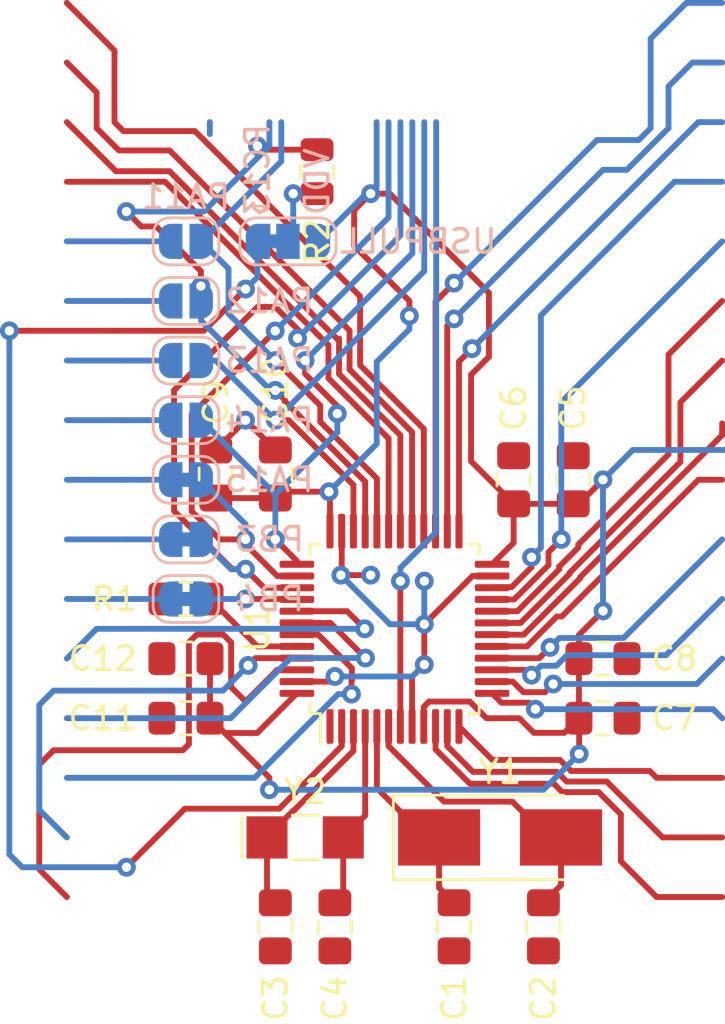
<source format=kicad_pcb>
(kicad_pcb (version 20171130) (host pcbnew 5.1.2)

  (general
    (thickness 1.6)
    (drawings 180)
    (tracks 454)
    (zones 0)
    (modules 25)
    (nets 51)
  )

  (page A4)
  (layers
    (0 F.Cu signal)
    (31 B.Cu signal hide)
    (32 B.Adhes user hide)
    (33 F.Adhes user hide)
    (34 B.Paste user hide)
    (35 F.Paste user)
    (36 B.SilkS user hide)
    (37 F.SilkS user)
    (38 B.Mask user hide)
    (39 F.Mask user)
    (40 Dwgs.User user hide)
    (41 Cmts.User user hide)
    (42 Eco1.User user hide)
    (43 Eco2.User user hide)
    (45 Margin user hide)
    (46 B.CrtYd user hide)
    (47 F.CrtYd user)
    (48 B.Fab user hide)
    (49 F.Fab user)
  )

  (setup
    (last_trace_width 0.25)
    (trace_clearance 0.2)
    (zone_clearance 0.508)
    (zone_45_only no)
    (trace_min 0.2)
    (via_size 0.8)
    (via_drill 0.4)
    (via_min_size 0.4)
    (via_min_drill 0.3)
    (uvia_size 0.3)
    (uvia_drill 0.1)
    (uvias_allowed no)
    (uvia_min_size 0.2)
    (uvia_min_drill 0.1)
    (edge_width 0.05)
    (segment_width 0.2)
    (pcb_text_width 0.3)
    (pcb_text_size 1.5 1.5)
    (mod_edge_width 0.12)
    (mod_text_size 1 1)
    (mod_text_width 0.15)
    (pad_size 0.3 1.475)
    (pad_drill 0)
    (pad_to_mask_clearance 0.051)
    (solder_mask_min_width 0.25)
    (aux_axis_origin 0 0)
    (visible_elements FFFFFF7F)
    (pcbplotparams
      (layerselection 0x010fc_ffffffff)
      (usegerberextensions false)
      (usegerberattributes false)
      (usegerberadvancedattributes false)
      (creategerberjobfile false)
      (excludeedgelayer true)
      (linewidth 0.100000)
      (plotframeref false)
      (viasonmask false)
      (mode 1)
      (useauxorigin false)
      (hpglpennumber 1)
      (hpglpenspeed 20)
      (hpglpendiameter 15.000000)
      (psnegative false)
      (psa4output false)
      (plotreference true)
      (plotvalue true)
      (plotinvisibletext false)
      (padsonsilk false)
      (subtractmaskfromsilk false)
      (outputformat 1)
      (mirror false)
      (drillshape 1)
      (scaleselection 1)
      (outputdirectory ""))
  )

  (net 0 "")
  (net 1 GND)
  (net 2 PF0)
  (net 3 PF1)
  (net 4 PC14)
  (net 5 PC15)
  (net 6 VDD)
  (net 7 USB_D-)
  (net 8 USB_D+)
  (net 9 PC13)
  (net 10 L05)
  (net 11 L06)
  (net 12 L07)
  (net 13 L08)
  (net 14 L09)
  (net 15 L10)
  (net 16 L11)
  (net 17 BOOT0)
  (net 18 L16)
  (net 19 L15)
  (net 20 L14)
  (net 21 L13)
  (net 22 L12)
  (net 23 L04)
  (net 24 L03)
  (net 25 L02)
  (net 26 L01)
  (net 27 PB14)
  (net 28 PB13)
  (net 29 PB12)
  (net 30 PB11)
  (net 31 PB10)
  (net 32 PB2)
  (net 33 PB1)
  (net 34 PB0)
  (net 35 PA7)
  (net 36 PA6)
  (net 37 PA5)
  (net 38 PA4)
  (net 39 PA3)
  (net 40 PA2)
  (net 41 PA1)
  (net 42 PA0)
  (net 43 ~SRST)
  (net 44 VRTCBAT)
  (net 45 "Net-(JP1-Pad2)")
  (net 46 PA13)
  (net 47 PA14)
  (net 48 PA15)
  (net 49 PB3)
  (net 50 PB4)

  (net_class Default "Dit is de standaard class."
    (clearance 0.2)
    (trace_width 0.25)
    (via_dia 0.8)
    (via_drill 0.4)
    (uvia_dia 0.3)
    (uvia_drill 0.1)
    (add_net BOOT0)
    (add_net GND)
    (add_net L01)
    (add_net L02)
    (add_net L03)
    (add_net L04)
    (add_net L05)
    (add_net L06)
    (add_net L07)
    (add_net L08)
    (add_net L09)
    (add_net L10)
    (add_net L11)
    (add_net L12)
    (add_net L13)
    (add_net L14)
    (add_net L15)
    (add_net L16)
    (add_net "Net-(JP1-Pad2)")
    (add_net PA0)
    (add_net PA1)
    (add_net PA13)
    (add_net PA14)
    (add_net PA15)
    (add_net PA2)
    (add_net PA3)
    (add_net PA4)
    (add_net PA5)
    (add_net PA6)
    (add_net PA7)
    (add_net PB0)
    (add_net PB1)
    (add_net PB10)
    (add_net PB11)
    (add_net PB12)
    (add_net PB13)
    (add_net PB14)
    (add_net PB2)
    (add_net PB3)
    (add_net PB4)
    (add_net PC13)
    (add_net PC14)
    (add_net PC15)
    (add_net PF0)
    (add_net PF1)
    (add_net USB_D+)
    (add_net USB_D-)
    (add_net VDD)
    (add_net VRTCBAT)
    (add_net ~SRST)
  )

  (module Crystal:Crystal_SMD_EuroQuartz_EQ161-2Pin_3.2x1.5mm_HandSoldering (layer F.Cu) (tedit 5A0FD1B2) (tstamp 5CD493EB)
    (at 147.32 101.6)
    (descr "SMD Crystal EuroQuartz EQ161 series http://cdn-reichelt.de/documents/datenblatt/B400/PG32768C.pdf, hand-soldering, 3.2x1.5mm^2 package")
    (tags "SMD SMT crystal hand-soldering")
    (path /5BF1CDF8)
    (attr smd)
    (fp_text reference Y2 (at 0 -1.95) (layer F.SilkS)
      (effects (font (size 1 1) (thickness 0.15)))
    )
    (fp_text value "32KHz, 4pF" (at 0 1.95) (layer F.Fab)
      (effects (font (size 1 1) (thickness 0.15)))
    )
    (fp_line (start 2.8 -1.2) (end -2.8 -1.2) (layer F.CrtYd) (width 0.05))
    (fp_line (start 2.8 1.2) (end 2.8 -1.2) (layer F.CrtYd) (width 0.05))
    (fp_line (start -2.8 1.2) (end 2.8 1.2) (layer F.CrtYd) (width 0.05))
    (fp_line (start -2.8 -1.2) (end -2.8 1.2) (layer F.CrtYd) (width 0.05))
    (fp_line (start -2.7 -0.9) (end -2.7 0.9) (layer F.SilkS) (width 0.12))
    (fp_line (start -0.55 0.95) (end 0.55 0.95) (layer F.SilkS) (width 0.12))
    (fp_line (start -0.55 -0.95) (end 0.55 -0.95) (layer F.SilkS) (width 0.12))
    (fp_line (start -1.6 0.25) (end -1.1 0.75) (layer F.Fab) (width 0.1))
    (fp_line (start -1.6 -0.65) (end -1.5 -0.75) (layer F.Fab) (width 0.1))
    (fp_line (start -1.6 0.65) (end -1.6 -0.65) (layer F.Fab) (width 0.1))
    (fp_line (start -1.5 0.75) (end -1.6 0.65) (layer F.Fab) (width 0.1))
    (fp_line (start 1.5 0.75) (end -1.5 0.75) (layer F.Fab) (width 0.1))
    (fp_line (start 1.6 0.65) (end 1.5 0.75) (layer F.Fab) (width 0.1))
    (fp_line (start 1.6 -0.65) (end 1.6 0.65) (layer F.Fab) (width 0.1))
    (fp_line (start 1.5 -0.75) (end 1.6 -0.65) (layer F.Fab) (width 0.1))
    (fp_line (start -1.5 -0.75) (end 1.5 -0.75) (layer F.Fab) (width 0.1))
    (fp_text user %R (at 0 0) (layer F.Fab)
      (effects (font (size 0.7 0.7) (thickness 0.105)))
    )
    (pad 2 smd rect (at 1.625 0) (size 1.75 1.8) (layers F.Cu F.Paste F.Mask)
      (net 5 PC15))
    (pad 1 smd rect (at -1.625 0) (size 1.75 1.8) (layers F.Cu F.Paste F.Mask)
      (net 4 PC14))
    (model ${KISYS3DMOD}/Crystal.3dshapes/Crystal_SMD_EuroQuartz_EQ161-2Pin_3.2x1.5mm_HandSoldering.wrl
      (at (xyz 0 0 0))
      (scale (xyz 1 1 1))
      (rotate (xyz 0 0 0))
    )
  )

  (module Crystal:Crystal_SMD_5032-2Pin_5.0x3.2mm_HandSoldering (layer F.Cu) (tedit 5A0FD1B2) (tstamp 5CD493D4)
    (at 155.63 101.6)
    (descr "SMD Crystal SERIES SMD2520/2 http://www.icbase.com/File/PDF/HKC/HKC00061008.pdf, hand-soldering, 5.0x3.2mm^2 package")
    (tags "SMD SMT crystal hand-soldering")
    (path /5BF1CE38)
    (attr smd)
    (fp_text reference Y1 (at 0 -2.8) (layer F.SilkS)
      (effects (font (size 1 1) (thickness 0.15)))
    )
    (fp_text value "8MHz, 20pF" (at 0 2.8) (layer F.Fab)
      (effects (font (size 1 1) (thickness 0.15)))
    )
    (fp_circle (center 0 0) (end 0.093333 0) (layer F.Adhes) (width 0.186667))
    (fp_circle (center 0 0) (end 0.213333 0) (layer F.Adhes) (width 0.133333))
    (fp_circle (center 0 0) (end 0.333333 0) (layer F.Adhes) (width 0.133333))
    (fp_circle (center 0 0) (end 0.4 0) (layer F.Adhes) (width 0.1))
    (fp_line (start 4.6 -1.9) (end -4.6 -1.9) (layer F.CrtYd) (width 0.05))
    (fp_line (start 4.6 1.9) (end 4.6 -1.9) (layer F.CrtYd) (width 0.05))
    (fp_line (start -4.6 1.9) (end 4.6 1.9) (layer F.CrtYd) (width 0.05))
    (fp_line (start -4.6 -1.9) (end -4.6 1.9) (layer F.CrtYd) (width 0.05))
    (fp_line (start -4.55 1.8) (end 2.7 1.8) (layer F.SilkS) (width 0.12))
    (fp_line (start -4.55 -1.8) (end -4.55 1.8) (layer F.SilkS) (width 0.12))
    (fp_line (start 2.7 -1.8) (end -4.55 -1.8) (layer F.SilkS) (width 0.12))
    (fp_line (start -2.5 0.6) (end -1.5 1.6) (layer F.Fab) (width 0.1))
    (fp_line (start -2.5 -1.4) (end -2.3 -1.6) (layer F.Fab) (width 0.1))
    (fp_line (start -2.5 1.4) (end -2.5 -1.4) (layer F.Fab) (width 0.1))
    (fp_line (start -2.3 1.6) (end -2.5 1.4) (layer F.Fab) (width 0.1))
    (fp_line (start 2.3 1.6) (end -2.3 1.6) (layer F.Fab) (width 0.1))
    (fp_line (start 2.5 1.4) (end 2.3 1.6) (layer F.Fab) (width 0.1))
    (fp_line (start 2.5 -1.4) (end 2.5 1.4) (layer F.Fab) (width 0.1))
    (fp_line (start 2.3 -1.6) (end 2.5 -1.4) (layer F.Fab) (width 0.1))
    (fp_line (start -2.3 -1.6) (end 2.3 -1.6) (layer F.Fab) (width 0.1))
    (fp_text user %R (at 0 0) (layer F.Fab)
      (effects (font (size 1 1) (thickness 0.15)))
    )
    (pad 2 smd rect (at 2.6 0) (size 3.5 2.4) (layers F.Cu F.Paste F.Mask)
      (net 3 PF1))
    (pad 1 smd rect (at -2.6 0) (size 3.5 2.4) (layers F.Cu F.Paste F.Mask)
      (net 2 PF0))
    (model ${KISYS3DMOD}/Crystal.3dshapes/Crystal_SMD_5032-2Pin_5.0x3.2mm_HandSoldering.wrl
      (at (xyz 0 0 0))
      (scale (xyz 1 1 1))
      (rotate (xyz 0 0 0))
    )
  )

  (module Resistor_SMD:R_0805_2012Metric_Pad1.15x1.40mm_HandSolder (layer F.Cu) (tedit 5B36C52B) (tstamp 5CD4935E)
    (at 142.24 91.44)
    (descr "Resistor SMD 0805 (2012 Metric), square (rectangular) end terminal, IPC_7351 nominal with elongated pad for handsoldering. (Body size source: https://docs.google.com/spreadsheets/d/1BsfQQcO9C6DZCsRaXUlFlo91Tg2WpOkGARC1WS5S8t0/edit?usp=sharing), generated with kicad-footprint-generator")
    (tags "resistor handsolder")
    (path /5BF20E12)
    (attr smd)
    (fp_text reference R1 (at -3.048 0) (layer F.SilkS)
      (effects (font (size 1 1) (thickness 0.15)))
    )
    (fp_text value 10K (at 0 1.65) (layer F.Fab)
      (effects (font (size 1 1) (thickness 0.15)))
    )
    (fp_text user %R (at 0 0) (layer F.Fab)
      (effects (font (size 0.5 0.5) (thickness 0.08)))
    )
    (fp_line (start 1.85 0.95) (end -1.85 0.95) (layer F.CrtYd) (width 0.05))
    (fp_line (start 1.85 -0.95) (end 1.85 0.95) (layer F.CrtYd) (width 0.05))
    (fp_line (start -1.85 -0.95) (end 1.85 -0.95) (layer F.CrtYd) (width 0.05))
    (fp_line (start -1.85 0.95) (end -1.85 -0.95) (layer F.CrtYd) (width 0.05))
    (fp_line (start -0.261252 0.71) (end 0.261252 0.71) (layer F.SilkS) (width 0.12))
    (fp_line (start -0.261252 -0.71) (end 0.261252 -0.71) (layer F.SilkS) (width 0.12))
    (fp_line (start 1 0.6) (end -1 0.6) (layer F.Fab) (width 0.1))
    (fp_line (start 1 -0.6) (end 1 0.6) (layer F.Fab) (width 0.1))
    (fp_line (start -1 -0.6) (end 1 -0.6) (layer F.Fab) (width 0.1))
    (fp_line (start -1 0.6) (end -1 -0.6) (layer F.Fab) (width 0.1))
    (pad 2 smd roundrect (at 1.025 0) (size 1.15 1.4) (layers F.Cu F.Paste F.Mask) (roundrect_rratio 0.217391)
      (net 17 BOOT0))
    (pad 1 smd roundrect (at -1.025 0) (size 1.15 1.4) (layers F.Cu F.Paste F.Mask) (roundrect_rratio 0.217391)
      (net 1 GND))
    (model ${KISYS3DMOD}/Resistor_SMD.3dshapes/R_0805_2012Metric.wrl
      (at (xyz 0 0 0))
      (scale (xyz 1 1 1))
      (rotate (xyz 0 0 0))
    )
  )

  (module Capacitor_SMD:C_0805_2012Metric_Pad1.15x1.40mm_HandSolder (layer F.Cu) (tedit 5B36C52B) (tstamp 5CD4927E)
    (at 142.24 93.98 180)
    (descr "Capacitor SMD 0805 (2012 Metric), square (rectangular) end terminal, IPC_7351 nominal with elongated pad for handsoldering. (Body size source: https://docs.google.com/spreadsheets/d/1BsfQQcO9C6DZCsRaXUlFlo91Tg2WpOkGARC1WS5S8t0/edit?usp=sharing), generated with kicad-footprint-generator")
    (tags "capacitor handsolder")
    (path /5C2CBDF1)
    (attr smd)
    (fp_text reference C12 (at 3.556 0) (layer F.SilkS)
      (effects (font (size 1 1) (thickness 0.15)))
    )
    (fp_text value 100n (at 0 1.65) (layer F.Fab)
      (effects (font (size 1 1) (thickness 0.15)))
    )
    (fp_text user %R (at 0 0) (layer F.Fab)
      (effects (font (size 0.5 0.5) (thickness 0.08)))
    )
    (fp_line (start 1.85 0.95) (end -1.85 0.95) (layer F.CrtYd) (width 0.05))
    (fp_line (start 1.85 -0.95) (end 1.85 0.95) (layer F.CrtYd) (width 0.05))
    (fp_line (start -1.85 -0.95) (end 1.85 -0.95) (layer F.CrtYd) (width 0.05))
    (fp_line (start -1.85 0.95) (end -1.85 -0.95) (layer F.CrtYd) (width 0.05))
    (fp_line (start -0.261252 0.71) (end 0.261252 0.71) (layer F.SilkS) (width 0.12))
    (fp_line (start -0.261252 -0.71) (end 0.261252 -0.71) (layer F.SilkS) (width 0.12))
    (fp_line (start 1 0.6) (end -1 0.6) (layer F.Fab) (width 0.1))
    (fp_line (start 1 -0.6) (end 1 0.6) (layer F.Fab) (width 0.1))
    (fp_line (start -1 -0.6) (end 1 -0.6) (layer F.Fab) (width 0.1))
    (fp_line (start -1 0.6) (end -1 -0.6) (layer F.Fab) (width 0.1))
    (pad 2 smd roundrect (at 1.025 0 180) (size 1.15 1.4) (layers F.Cu F.Paste F.Mask) (roundrect_rratio 0.217391)
      (net 1 GND))
    (pad 1 smd roundrect (at -1.025 0 180) (size 1.15 1.4) (layers F.Cu F.Paste F.Mask) (roundrect_rratio 0.217391)
      (net 6 VDD))
    (model ${KISYS3DMOD}/Capacitor_SMD.3dshapes/C_0805_2012Metric.wrl
      (at (xyz 0 0 0))
      (scale (xyz 1 1 1))
      (rotate (xyz 0 0 0))
    )
  )

  (module Capacitor_SMD:C_0805_2012Metric_Pad1.15x1.40mm_HandSolder (layer F.Cu) (tedit 5B36C52B) (tstamp 5CD4926D)
    (at 142.24 96.52 180)
    (descr "Capacitor SMD 0805 (2012 Metric), square (rectangular) end terminal, IPC_7351 nominal with elongated pad for handsoldering. (Body size source: https://docs.google.com/spreadsheets/d/1BsfQQcO9C6DZCsRaXUlFlo91Tg2WpOkGARC1WS5S8t0/edit?usp=sharing), generated with kicad-footprint-generator")
    (tags "capacitor handsolder")
    (path /5C2CBDEB)
    (attr smd)
    (fp_text reference C11 (at 3.556 0) (layer F.SilkS)
      (effects (font (size 1 1) (thickness 0.15)))
    )
    (fp_text value 1u (at 0 1.65) (layer F.Fab)
      (effects (font (size 1 1) (thickness 0.15)))
    )
    (fp_text user %R (at 0 0) (layer F.Fab)
      (effects (font (size 0.5 0.5) (thickness 0.08)))
    )
    (fp_line (start 1.85 0.95) (end -1.85 0.95) (layer F.CrtYd) (width 0.05))
    (fp_line (start 1.85 -0.95) (end 1.85 0.95) (layer F.CrtYd) (width 0.05))
    (fp_line (start -1.85 -0.95) (end 1.85 -0.95) (layer F.CrtYd) (width 0.05))
    (fp_line (start -1.85 0.95) (end -1.85 -0.95) (layer F.CrtYd) (width 0.05))
    (fp_line (start -0.261252 0.71) (end 0.261252 0.71) (layer F.SilkS) (width 0.12))
    (fp_line (start -0.261252 -0.71) (end 0.261252 -0.71) (layer F.SilkS) (width 0.12))
    (fp_line (start 1 0.6) (end -1 0.6) (layer F.Fab) (width 0.1))
    (fp_line (start 1 -0.6) (end 1 0.6) (layer F.Fab) (width 0.1))
    (fp_line (start -1 -0.6) (end 1 -0.6) (layer F.Fab) (width 0.1))
    (fp_line (start -1 0.6) (end -1 -0.6) (layer F.Fab) (width 0.1))
    (pad 2 smd roundrect (at 1.025 0 180) (size 1.15 1.4) (layers F.Cu F.Paste F.Mask) (roundrect_rratio 0.217391)
      (net 1 GND))
    (pad 1 smd roundrect (at -1.025 0 180) (size 1.15 1.4) (layers F.Cu F.Paste F.Mask) (roundrect_rratio 0.217391)
      (net 6 VDD))
    (model ${KISYS3DMOD}/Capacitor_SMD.3dshapes/C_0805_2012Metric.wrl
      (at (xyz 0 0 0))
      (scale (xyz 1 1 1))
      (rotate (xyz 0 0 0))
    )
  )

  (module Capacitor_SMD:C_0805_2012Metric_Pad1.15x1.40mm_HandSolder (layer F.Cu) (tedit 5B36C52B) (tstamp 5CD4925C)
    (at 146.05 86.115 90)
    (descr "Capacitor SMD 0805 (2012 Metric), square (rectangular) end terminal, IPC_7351 nominal with elongated pad for handsoldering. (Body size source: https://docs.google.com/spreadsheets/d/1BsfQQcO9C6DZCsRaXUlFlo91Tg2WpOkGARC1WS5S8t0/edit?usp=sharing), generated with kicad-footprint-generator")
    (tags "capacitor handsolder")
    (path /5C27FB55)
    (attr smd)
    (fp_text reference C10 (at 3.565 0 90) (layer F.SilkS)
      (effects (font (size 1 1) (thickness 0.15)))
    )
    (fp_text value 100n (at 0 1.65 90) (layer F.Fab)
      (effects (font (size 1 1) (thickness 0.15)))
    )
    (fp_text user %R (at 0 0 90) (layer F.Fab)
      (effects (font (size 0.5 0.5) (thickness 0.08)))
    )
    (fp_line (start 1.85 0.95) (end -1.85 0.95) (layer F.CrtYd) (width 0.05))
    (fp_line (start 1.85 -0.95) (end 1.85 0.95) (layer F.CrtYd) (width 0.05))
    (fp_line (start -1.85 -0.95) (end 1.85 -0.95) (layer F.CrtYd) (width 0.05))
    (fp_line (start -1.85 0.95) (end -1.85 -0.95) (layer F.CrtYd) (width 0.05))
    (fp_line (start -0.261252 0.71) (end 0.261252 0.71) (layer F.SilkS) (width 0.12))
    (fp_line (start -0.261252 -0.71) (end 0.261252 -0.71) (layer F.SilkS) (width 0.12))
    (fp_line (start 1 0.6) (end -1 0.6) (layer F.Fab) (width 0.1))
    (fp_line (start 1 -0.6) (end 1 0.6) (layer F.Fab) (width 0.1))
    (fp_line (start -1 -0.6) (end 1 -0.6) (layer F.Fab) (width 0.1))
    (fp_line (start -1 0.6) (end -1 -0.6) (layer F.Fab) (width 0.1))
    (pad 2 smd roundrect (at 1.025 0 90) (size 1.15 1.4) (layers F.Cu F.Paste F.Mask) (roundrect_rratio 0.217391)
      (net 1 GND))
    (pad 1 smd roundrect (at -1.025 0 90) (size 1.15 1.4) (layers F.Cu F.Paste F.Mask) (roundrect_rratio 0.217391)
      (net 6 VDD))
    (model ${KISYS3DMOD}/Capacitor_SMD.3dshapes/C_0805_2012Metric.wrl
      (at (xyz 0 0 0))
      (scale (xyz 1 1 1))
      (rotate (xyz 0 0 0))
    )
  )

  (module Capacitor_SMD:C_0805_2012Metric_Pad1.15x1.40mm_HandSolder (layer F.Cu) (tedit 5B36C52B) (tstamp 5CD6DA65)
    (at 143.51 86.115 90)
    (descr "Capacitor SMD 0805 (2012 Metric), square (rectangular) end terminal, IPC_7351 nominal with elongated pad for handsoldering. (Body size source: https://docs.google.com/spreadsheets/d/1BsfQQcO9C6DZCsRaXUlFlo91Tg2WpOkGARC1WS5S8t0/edit?usp=sharing), generated with kicad-footprint-generator")
    (tags "capacitor handsolder")
    (path /5C27FB4F)
    (attr smd)
    (fp_text reference C9 (at 3.057 0 90) (layer F.SilkS)
      (effects (font (size 1 1) (thickness 0.15)))
    )
    (fp_text value 1u (at 0 1.65 90) (layer F.Fab)
      (effects (font (size 1 1) (thickness 0.15)))
    )
    (fp_text user %R (at 0 0 90) (layer F.Fab)
      (effects (font (size 0.5 0.5) (thickness 0.08)))
    )
    (fp_line (start 1.85 0.95) (end -1.85 0.95) (layer F.CrtYd) (width 0.05))
    (fp_line (start 1.85 -0.95) (end 1.85 0.95) (layer F.CrtYd) (width 0.05))
    (fp_line (start -1.85 -0.95) (end 1.85 -0.95) (layer F.CrtYd) (width 0.05))
    (fp_line (start -1.85 0.95) (end -1.85 -0.95) (layer F.CrtYd) (width 0.05))
    (fp_line (start -0.261252 0.71) (end 0.261252 0.71) (layer F.SilkS) (width 0.12))
    (fp_line (start -0.261252 -0.71) (end 0.261252 -0.71) (layer F.SilkS) (width 0.12))
    (fp_line (start 1 0.6) (end -1 0.6) (layer F.Fab) (width 0.1))
    (fp_line (start 1 -0.6) (end 1 0.6) (layer F.Fab) (width 0.1))
    (fp_line (start -1 -0.6) (end 1 -0.6) (layer F.Fab) (width 0.1))
    (fp_line (start -1 0.6) (end -1 -0.6) (layer F.Fab) (width 0.1))
    (pad 2 smd roundrect (at 1.025 0 90) (size 1.15 1.4) (layers F.Cu F.Paste F.Mask) (roundrect_rratio 0.217391)
      (net 1 GND))
    (pad 1 smd roundrect (at -1.025 0 90) (size 1.15 1.4) (layers F.Cu F.Paste F.Mask) (roundrect_rratio 0.217391)
      (net 6 VDD))
    (model ${KISYS3DMOD}/Capacitor_SMD.3dshapes/C_0805_2012Metric.wrl
      (at (xyz 0 0 0))
      (scale (xyz 1 1 1))
      (rotate (xyz 0 0 0))
    )
  )

  (module Capacitor_SMD:C_0805_2012Metric_Pad1.15x1.40mm_HandSolder (layer F.Cu) (tedit 5B36C52B) (tstamp 5CD4923A)
    (at 160.02 93.98)
    (descr "Capacitor SMD 0805 (2012 Metric), square (rectangular) end terminal, IPC_7351 nominal with elongated pad for handsoldering. (Body size source: https://docs.google.com/spreadsheets/d/1BsfQQcO9C6DZCsRaXUlFlo91Tg2WpOkGARC1WS5S8t0/edit?usp=sharing), generated with kicad-footprint-generator")
    (tags "capacitor handsolder")
    (path /5C27E386)
    (attr smd)
    (fp_text reference C8 (at 3.048 0) (layer F.SilkS)
      (effects (font (size 1 1) (thickness 0.15)))
    )
    (fp_text value 100n (at 0 1.65) (layer F.Fab)
      (effects (font (size 1 1) (thickness 0.15)))
    )
    (fp_text user %R (at 0 0) (layer F.Fab)
      (effects (font (size 0.5 0.5) (thickness 0.08)))
    )
    (fp_line (start 1.85 0.95) (end -1.85 0.95) (layer F.CrtYd) (width 0.05))
    (fp_line (start 1.85 -0.95) (end 1.85 0.95) (layer F.CrtYd) (width 0.05))
    (fp_line (start -1.85 -0.95) (end 1.85 -0.95) (layer F.CrtYd) (width 0.05))
    (fp_line (start -1.85 0.95) (end -1.85 -0.95) (layer F.CrtYd) (width 0.05))
    (fp_line (start -0.261252 0.71) (end 0.261252 0.71) (layer F.SilkS) (width 0.12))
    (fp_line (start -0.261252 -0.71) (end 0.261252 -0.71) (layer F.SilkS) (width 0.12))
    (fp_line (start 1 0.6) (end -1 0.6) (layer F.Fab) (width 0.1))
    (fp_line (start 1 -0.6) (end 1 0.6) (layer F.Fab) (width 0.1))
    (fp_line (start -1 -0.6) (end 1 -0.6) (layer F.Fab) (width 0.1))
    (fp_line (start -1 0.6) (end -1 -0.6) (layer F.Fab) (width 0.1))
    (pad 2 smd roundrect (at 1.025 0) (size 1.15 1.4) (layers F.Cu F.Paste F.Mask) (roundrect_rratio 0.217391)
      (net 1 GND))
    (pad 1 smd roundrect (at -1.025 0) (size 1.15 1.4) (layers F.Cu F.Paste F.Mask) (roundrect_rratio 0.217391)
      (net 6 VDD))
    (model ${KISYS3DMOD}/Capacitor_SMD.3dshapes/C_0805_2012Metric.wrl
      (at (xyz 0 0 0))
      (scale (xyz 1 1 1))
      (rotate (xyz 0 0 0))
    )
  )

  (module Capacitor_SMD:C_0805_2012Metric_Pad1.15x1.40mm_HandSolder (layer F.Cu) (tedit 5B36C52B) (tstamp 5CD49229)
    (at 160.02 96.52)
    (descr "Capacitor SMD 0805 (2012 Metric), square (rectangular) end terminal, IPC_7351 nominal with elongated pad for handsoldering. (Body size source: https://docs.google.com/spreadsheets/d/1BsfQQcO9C6DZCsRaXUlFlo91Tg2WpOkGARC1WS5S8t0/edit?usp=sharing), generated with kicad-footprint-generator")
    (tags "capacitor handsolder")
    (path /5C27E380)
    (attr smd)
    (fp_text reference C7 (at 3.048 0) (layer F.SilkS)
      (effects (font (size 1 1) (thickness 0.15)))
    )
    (fp_text value 1u (at 0 1.65) (layer F.Fab)
      (effects (font (size 1 1) (thickness 0.15)))
    )
    (fp_text user %R (at 0 0) (layer F.Fab)
      (effects (font (size 0.5 0.5) (thickness 0.08)))
    )
    (fp_line (start 1.85 0.95) (end -1.85 0.95) (layer F.CrtYd) (width 0.05))
    (fp_line (start 1.85 -0.95) (end 1.85 0.95) (layer F.CrtYd) (width 0.05))
    (fp_line (start -1.85 -0.95) (end 1.85 -0.95) (layer F.CrtYd) (width 0.05))
    (fp_line (start -1.85 0.95) (end -1.85 -0.95) (layer F.CrtYd) (width 0.05))
    (fp_line (start -0.261252 0.71) (end 0.261252 0.71) (layer F.SilkS) (width 0.12))
    (fp_line (start -0.261252 -0.71) (end 0.261252 -0.71) (layer F.SilkS) (width 0.12))
    (fp_line (start 1 0.6) (end -1 0.6) (layer F.Fab) (width 0.1))
    (fp_line (start 1 -0.6) (end 1 0.6) (layer F.Fab) (width 0.1))
    (fp_line (start -1 -0.6) (end 1 -0.6) (layer F.Fab) (width 0.1))
    (fp_line (start -1 0.6) (end -1 -0.6) (layer F.Fab) (width 0.1))
    (pad 2 smd roundrect (at 1.025 0) (size 1.15 1.4) (layers F.Cu F.Paste F.Mask) (roundrect_rratio 0.217391)
      (net 1 GND))
    (pad 1 smd roundrect (at -1.025 0) (size 1.15 1.4) (layers F.Cu F.Paste F.Mask) (roundrect_rratio 0.217391)
      (net 6 VDD))
    (model ${KISYS3DMOD}/Capacitor_SMD.3dshapes/C_0805_2012Metric.wrl
      (at (xyz 0 0 0))
      (scale (xyz 1 1 1))
      (rotate (xyz 0 0 0))
    )
  )

  (module Capacitor_SMD:C_0805_2012Metric_Pad1.15x1.40mm_HandSolder (layer F.Cu) (tedit 5B36C52B) (tstamp 5CD49218)
    (at 156.21 86.36 90)
    (descr "Capacitor SMD 0805 (2012 Metric), square (rectangular) end terminal, IPC_7351 nominal with elongated pad for handsoldering. (Body size source: https://docs.google.com/spreadsheets/d/1BsfQQcO9C6DZCsRaXUlFlo91Tg2WpOkGARC1WS5S8t0/edit?usp=sharing), generated with kicad-footprint-generator")
    (tags "capacitor handsolder")
    (path /5C2761C0)
    (attr smd)
    (fp_text reference C6 (at 3.048 0 90) (layer F.SilkS)
      (effects (font (size 1 1) (thickness 0.15)))
    )
    (fp_text value 100n (at 0 1.65 90) (layer F.Fab)
      (effects (font (size 1 1) (thickness 0.15)))
    )
    (fp_text user %R (at 0 0 90) (layer F.Fab)
      (effects (font (size 0.5 0.5) (thickness 0.08)))
    )
    (fp_line (start 1.85 0.95) (end -1.85 0.95) (layer F.CrtYd) (width 0.05))
    (fp_line (start 1.85 -0.95) (end 1.85 0.95) (layer F.CrtYd) (width 0.05))
    (fp_line (start -1.85 -0.95) (end 1.85 -0.95) (layer F.CrtYd) (width 0.05))
    (fp_line (start -1.85 0.95) (end -1.85 -0.95) (layer F.CrtYd) (width 0.05))
    (fp_line (start -0.261252 0.71) (end 0.261252 0.71) (layer F.SilkS) (width 0.12))
    (fp_line (start -0.261252 -0.71) (end 0.261252 -0.71) (layer F.SilkS) (width 0.12))
    (fp_line (start 1 0.6) (end -1 0.6) (layer F.Fab) (width 0.1))
    (fp_line (start 1 -0.6) (end 1 0.6) (layer F.Fab) (width 0.1))
    (fp_line (start -1 -0.6) (end 1 -0.6) (layer F.Fab) (width 0.1))
    (fp_line (start -1 0.6) (end -1 -0.6) (layer F.Fab) (width 0.1))
    (pad 2 smd roundrect (at 1.025 0 90) (size 1.15 1.4) (layers F.Cu F.Paste F.Mask) (roundrect_rratio 0.217391)
      (net 1 GND))
    (pad 1 smd roundrect (at -1.025 0 90) (size 1.15 1.4) (layers F.Cu F.Paste F.Mask) (roundrect_rratio 0.217391)
      (net 6 VDD))
    (model ${KISYS3DMOD}/Capacitor_SMD.3dshapes/C_0805_2012Metric.wrl
      (at (xyz 0 0 0))
      (scale (xyz 1 1 1))
      (rotate (xyz 0 0 0))
    )
  )

  (module Capacitor_SMD:C_0805_2012Metric_Pad1.15x1.40mm_HandSolder (layer F.Cu) (tedit 5B36C52B) (tstamp 5CD4A84D)
    (at 158.75 86.36 90)
    (descr "Capacitor SMD 0805 (2012 Metric), square (rectangular) end terminal, IPC_7351 nominal with elongated pad for handsoldering. (Body size source: https://docs.google.com/spreadsheets/d/1BsfQQcO9C6DZCsRaXUlFlo91Tg2WpOkGARC1WS5S8t0/edit?usp=sharing), generated with kicad-footprint-generator")
    (tags "capacitor handsolder")
    (path /5C2760CB)
    (attr smd)
    (fp_text reference C5 (at 3.048 0 90) (layer F.SilkS)
      (effects (font (size 1 1) (thickness 0.15)))
    )
    (fp_text value 1u (at 0 1.65 90) (layer F.Fab)
      (effects (font (size 1 1) (thickness 0.15)))
    )
    (fp_text user %R (at 0 0 90) (layer F.Fab)
      (effects (font (size 0.5 0.5) (thickness 0.08)))
    )
    (fp_line (start 1.85 0.95) (end -1.85 0.95) (layer F.CrtYd) (width 0.05))
    (fp_line (start 1.85 -0.95) (end 1.85 0.95) (layer F.CrtYd) (width 0.05))
    (fp_line (start -1.85 -0.95) (end 1.85 -0.95) (layer F.CrtYd) (width 0.05))
    (fp_line (start -1.85 0.95) (end -1.85 -0.95) (layer F.CrtYd) (width 0.05))
    (fp_line (start -0.261252 0.71) (end 0.261252 0.71) (layer F.SilkS) (width 0.12))
    (fp_line (start -0.261252 -0.71) (end 0.261252 -0.71) (layer F.SilkS) (width 0.12))
    (fp_line (start 1 0.6) (end -1 0.6) (layer F.Fab) (width 0.1))
    (fp_line (start 1 -0.6) (end 1 0.6) (layer F.Fab) (width 0.1))
    (fp_line (start -1 -0.6) (end 1 -0.6) (layer F.Fab) (width 0.1))
    (fp_line (start -1 0.6) (end -1 -0.6) (layer F.Fab) (width 0.1))
    (pad 2 smd roundrect (at 1.025 0 90) (size 1.15 1.4) (layers F.Cu F.Paste F.Mask) (roundrect_rratio 0.217391)
      (net 1 GND))
    (pad 1 smd roundrect (at -1.025 0 90) (size 1.15 1.4) (layers F.Cu F.Paste F.Mask) (roundrect_rratio 0.217391)
      (net 6 VDD))
    (model ${KISYS3DMOD}/Capacitor_SMD.3dshapes/C_0805_2012Metric.wrl
      (at (xyz 0 0 0))
      (scale (xyz 1 1 1))
      (rotate (xyz 0 0 0))
    )
  )

  (module Capacitor_SMD:C_0805_2012Metric_Pad1.15x1.40mm_HandSolder (layer F.Cu) (tedit 5B36C52B) (tstamp 5CD491F6)
    (at 148.59 105.41 270)
    (descr "Capacitor SMD 0805 (2012 Metric), square (rectangular) end terminal, IPC_7351 nominal with elongated pad for handsoldering. (Body size source: https://docs.google.com/spreadsheets/d/1BsfQQcO9C6DZCsRaXUlFlo91Tg2WpOkGARC1WS5S8t0/edit?usp=sharing), generated with kicad-footprint-generator")
    (tags "capacitor handsolder")
    (path /5BF1D5A4)
    (attr smd)
    (fp_text reference C4 (at 3.048 0 90) (layer F.SilkS)
      (effects (font (size 1 1) (thickness 0.15)))
    )
    (fp_text value C (at 0 1.65 90) (layer F.Fab)
      (effects (font (size 1 1) (thickness 0.15)))
    )
    (fp_text user %R (at 0 0 90) (layer F.Fab)
      (effects (font (size 0.5 0.5) (thickness 0.08)))
    )
    (fp_line (start 1.85 0.95) (end -1.85 0.95) (layer F.CrtYd) (width 0.05))
    (fp_line (start 1.85 -0.95) (end 1.85 0.95) (layer F.CrtYd) (width 0.05))
    (fp_line (start -1.85 -0.95) (end 1.85 -0.95) (layer F.CrtYd) (width 0.05))
    (fp_line (start -1.85 0.95) (end -1.85 -0.95) (layer F.CrtYd) (width 0.05))
    (fp_line (start -0.261252 0.71) (end 0.261252 0.71) (layer F.SilkS) (width 0.12))
    (fp_line (start -0.261252 -0.71) (end 0.261252 -0.71) (layer F.SilkS) (width 0.12))
    (fp_line (start 1 0.6) (end -1 0.6) (layer F.Fab) (width 0.1))
    (fp_line (start 1 -0.6) (end 1 0.6) (layer F.Fab) (width 0.1))
    (fp_line (start -1 -0.6) (end 1 -0.6) (layer F.Fab) (width 0.1))
    (fp_line (start -1 0.6) (end -1 -0.6) (layer F.Fab) (width 0.1))
    (pad 2 smd roundrect (at 1.025 0 270) (size 1.15 1.4) (layers F.Cu F.Paste F.Mask) (roundrect_rratio 0.217391)
      (net 1 GND))
    (pad 1 smd roundrect (at -1.025 0 270) (size 1.15 1.4) (layers F.Cu F.Paste F.Mask) (roundrect_rratio 0.217391)
      (net 5 PC15))
    (model ${KISYS3DMOD}/Capacitor_SMD.3dshapes/C_0805_2012Metric.wrl
      (at (xyz 0 0 0))
      (scale (xyz 1 1 1))
      (rotate (xyz 0 0 0))
    )
  )

  (module Capacitor_SMD:C_0805_2012Metric_Pad1.15x1.40mm_HandSolder (layer F.Cu) (tedit 5B36C52B) (tstamp 5CD491E5)
    (at 146.05 105.41 270)
    (descr "Capacitor SMD 0805 (2012 Metric), square (rectangular) end terminal, IPC_7351 nominal with elongated pad for handsoldering. (Body size source: https://docs.google.com/spreadsheets/d/1BsfQQcO9C6DZCsRaXUlFlo91Tg2WpOkGARC1WS5S8t0/edit?usp=sharing), generated with kicad-footprint-generator")
    (tags "capacitor handsolder")
    (path /5BF1D562)
    (attr smd)
    (fp_text reference C3 (at 3.048 0 90) (layer F.SilkS)
      (effects (font (size 1 1) (thickness 0.15)))
    )
    (fp_text value C (at 0 1.65 90) (layer F.Fab)
      (effects (font (size 1 1) (thickness 0.15)))
    )
    (fp_text user %R (at 0 0 90) (layer F.Fab)
      (effects (font (size 0.5 0.5) (thickness 0.08)))
    )
    (fp_line (start 1.85 0.95) (end -1.85 0.95) (layer F.CrtYd) (width 0.05))
    (fp_line (start 1.85 -0.95) (end 1.85 0.95) (layer F.CrtYd) (width 0.05))
    (fp_line (start -1.85 -0.95) (end 1.85 -0.95) (layer F.CrtYd) (width 0.05))
    (fp_line (start -1.85 0.95) (end -1.85 -0.95) (layer F.CrtYd) (width 0.05))
    (fp_line (start -0.261252 0.71) (end 0.261252 0.71) (layer F.SilkS) (width 0.12))
    (fp_line (start -0.261252 -0.71) (end 0.261252 -0.71) (layer F.SilkS) (width 0.12))
    (fp_line (start 1 0.6) (end -1 0.6) (layer F.Fab) (width 0.1))
    (fp_line (start 1 -0.6) (end 1 0.6) (layer F.Fab) (width 0.1))
    (fp_line (start -1 -0.6) (end 1 -0.6) (layer F.Fab) (width 0.1))
    (fp_line (start -1 0.6) (end -1 -0.6) (layer F.Fab) (width 0.1))
    (pad 2 smd roundrect (at 1.025 0 270) (size 1.15 1.4) (layers F.Cu F.Paste F.Mask) (roundrect_rratio 0.217391)
      (net 1 GND))
    (pad 1 smd roundrect (at -1.025 0 270) (size 1.15 1.4) (layers F.Cu F.Paste F.Mask) (roundrect_rratio 0.217391)
      (net 4 PC14))
    (model ${KISYS3DMOD}/Capacitor_SMD.3dshapes/C_0805_2012Metric.wrl
      (at (xyz 0 0 0))
      (scale (xyz 1 1 1))
      (rotate (xyz 0 0 0))
    )
  )

  (module Capacitor_SMD:C_0805_2012Metric_Pad1.15x1.40mm_HandSolder (layer F.Cu) (tedit 5B36C52B) (tstamp 5CD49F1E)
    (at 157.48 105.41 270)
    (descr "Capacitor SMD 0805 (2012 Metric), square (rectangular) end terminal, IPC_7351 nominal with elongated pad for handsoldering. (Body size source: https://docs.google.com/spreadsheets/d/1BsfQQcO9C6DZCsRaXUlFlo91Tg2WpOkGARC1WS5S8t0/edit?usp=sharing), generated with kicad-footprint-generator")
    (tags "capacitor handsolder")
    (path /5BF1D52A)
    (attr smd)
    (fp_text reference C2 (at 3.048 0 90) (layer F.SilkS)
      (effects (font (size 1 1) (thickness 0.15)))
    )
    (fp_text value C (at 0 1.65 90) (layer F.Fab)
      (effects (font (size 1 1) (thickness 0.15)))
    )
    (fp_text user %R (at 0 0 90) (layer F.Fab)
      (effects (font (size 0.5 0.5) (thickness 0.08)))
    )
    (fp_line (start 1.85 0.95) (end -1.85 0.95) (layer F.CrtYd) (width 0.05))
    (fp_line (start 1.85 -0.95) (end 1.85 0.95) (layer F.CrtYd) (width 0.05))
    (fp_line (start -1.85 -0.95) (end 1.85 -0.95) (layer F.CrtYd) (width 0.05))
    (fp_line (start -1.85 0.95) (end -1.85 -0.95) (layer F.CrtYd) (width 0.05))
    (fp_line (start -0.261252 0.71) (end 0.261252 0.71) (layer F.SilkS) (width 0.12))
    (fp_line (start -0.261252 -0.71) (end 0.261252 -0.71) (layer F.SilkS) (width 0.12))
    (fp_line (start 1 0.6) (end -1 0.6) (layer F.Fab) (width 0.1))
    (fp_line (start 1 -0.6) (end 1 0.6) (layer F.Fab) (width 0.1))
    (fp_line (start -1 -0.6) (end 1 -0.6) (layer F.Fab) (width 0.1))
    (fp_line (start -1 0.6) (end -1 -0.6) (layer F.Fab) (width 0.1))
    (pad 2 smd roundrect (at 1.025 0 270) (size 1.15 1.4) (layers F.Cu F.Paste F.Mask) (roundrect_rratio 0.217391)
      (net 1 GND))
    (pad 1 smd roundrect (at -1.025 0 270) (size 1.15 1.4) (layers F.Cu F.Paste F.Mask) (roundrect_rratio 0.217391)
      (net 3 PF1))
    (model ${KISYS3DMOD}/Capacitor_SMD.3dshapes/C_0805_2012Metric.wrl
      (at (xyz 0 0 0))
      (scale (xyz 1 1 1))
      (rotate (xyz 0 0 0))
    )
  )

  (module Capacitor_SMD:C_0805_2012Metric_Pad1.15x1.40mm_HandSolder (layer F.Cu) (tedit 5B36C52B) (tstamp 5CD491C3)
    (at 153.67 105.41 270)
    (descr "Capacitor SMD 0805 (2012 Metric), square (rectangular) end terminal, IPC_7351 nominal with elongated pad for handsoldering. (Body size source: https://docs.google.com/spreadsheets/d/1BsfQQcO9C6DZCsRaXUlFlo91Tg2WpOkGARC1WS5S8t0/edit?usp=sharing), generated with kicad-footprint-generator")
    (tags "capacitor handsolder")
    (path /5BF1DF0F)
    (attr smd)
    (fp_text reference C1 (at 3.048 0 90) (layer F.SilkS)
      (effects (font (size 1 1) (thickness 0.15)))
    )
    (fp_text value C (at 0 1.65 90) (layer F.Fab)
      (effects (font (size 1 1) (thickness 0.15)))
    )
    (fp_text user %R (at 0 0 90) (layer F.Fab)
      (effects (font (size 0.5 0.5) (thickness 0.08)))
    )
    (fp_line (start 1.85 0.95) (end -1.85 0.95) (layer F.CrtYd) (width 0.05))
    (fp_line (start 1.85 -0.95) (end 1.85 0.95) (layer F.CrtYd) (width 0.05))
    (fp_line (start -1.85 -0.95) (end 1.85 -0.95) (layer F.CrtYd) (width 0.05))
    (fp_line (start -1.85 0.95) (end -1.85 -0.95) (layer F.CrtYd) (width 0.05))
    (fp_line (start -0.261252 0.71) (end 0.261252 0.71) (layer F.SilkS) (width 0.12))
    (fp_line (start -0.261252 -0.71) (end 0.261252 -0.71) (layer F.SilkS) (width 0.12))
    (fp_line (start 1 0.6) (end -1 0.6) (layer F.Fab) (width 0.1))
    (fp_line (start 1 -0.6) (end 1 0.6) (layer F.Fab) (width 0.1))
    (fp_line (start -1 -0.6) (end 1 -0.6) (layer F.Fab) (width 0.1))
    (fp_line (start -1 0.6) (end -1 -0.6) (layer F.Fab) (width 0.1))
    (pad 2 smd roundrect (at 1.025 0 270) (size 1.15 1.4) (layers F.Cu F.Paste F.Mask) (roundrect_rratio 0.217391)
      (net 1 GND))
    (pad 1 smd roundrect (at -1.025 0 270) (size 1.15 1.4) (layers F.Cu F.Paste F.Mask) (roundrect_rratio 0.217391)
      (net 2 PF0))
    (model ${KISYS3DMOD}/Capacitor_SMD.3dshapes/C_0805_2012Metric.wrl
      (at (xyz 0 0 0))
      (scale (xyz 1 1 1))
      (rotate (xyz 0 0 0))
    )
  )

  (module Jumper:SolderJumper-2_P1.3mm_Bridged_RoundedPad1.0x1.5mm (layer B.Cu) (tedit 5C745284) (tstamp 5CD49EB3)
    (at 142.24 88.9)
    (descr "SMD Solder Jumper, 1x1.5mm, rounded Pads, 0.3mm gap, bridged with 1 copper strip")
    (tags "solder jumper open")
    (path /5CD78D64)
    (attr virtual)
    (fp_text reference JP7 (at 0 1.8) (layer B.SilkS) hide
      (effects (font (size 1 1) (thickness 0.15)) (justify mirror))
    )
    (fp_text value PB3 (at 3.556 0) (layer B.SilkS)
      (effects (font (size 1 1) (thickness 0.15)) (justify mirror))
    )
    (fp_poly (pts (xy 0.25 0.3) (xy -0.25 0.3) (xy -0.25 -0.3) (xy 0.25 -0.3)) (layer B.Cu) (width 0))
    (fp_line (start 1.65 -1.25) (end -1.65 -1.25) (layer B.CrtYd) (width 0.05))
    (fp_line (start 1.65 -1.25) (end 1.65 1.25) (layer B.CrtYd) (width 0.05))
    (fp_line (start -1.65 1.25) (end -1.65 -1.25) (layer B.CrtYd) (width 0.05))
    (fp_line (start -1.65 1.25) (end 1.65 1.25) (layer B.CrtYd) (width 0.05))
    (fp_line (start -0.7 1) (end 0.7 1) (layer B.SilkS) (width 0.12))
    (fp_line (start 1.4 0.3) (end 1.4 -0.3) (layer B.SilkS) (width 0.12))
    (fp_line (start 0.7 -1) (end -0.7 -1) (layer B.SilkS) (width 0.12))
    (fp_line (start -1.4 -0.3) (end -1.4 0.3) (layer B.SilkS) (width 0.12))
    (fp_arc (start -0.7 0.3) (end -0.7 1) (angle 90) (layer B.SilkS) (width 0.12))
    (fp_arc (start -0.7 -0.3) (end -1.4 -0.3) (angle 90) (layer B.SilkS) (width 0.12))
    (fp_arc (start 0.7 -0.3) (end 0.7 -1) (angle 90) (layer B.SilkS) (width 0.12))
    (fp_arc (start 0.7 0.3) (end 1.4 0.3) (angle 90) (layer B.SilkS) (width 0.12))
    (pad 1 smd custom (at -0.65 0) (size 1 0.5) (layers B.Cu B.Mask)
      (net 15 L10) (zone_connect 2)
      (options (clearance outline) (anchor rect))
      (primitives
        (gr_circle (center 0 -0.25) (end 0.5 -0.25) (width 0))
        (gr_circle (center 0 0.25) (end 0.5 0.25) (width 0))
        (gr_poly (pts
           (xy 0 0.75) (xy 0.5 0.75) (xy 0.5 -0.75) (xy 0 -0.75)) (width 0))
      ))
    (pad 2 smd custom (at 0.65 0) (size 1 0.5) (layers B.Cu B.Mask)
      (net 49 PB3) (zone_connect 2)
      (options (clearance outline) (anchor rect))
      (primitives
        (gr_circle (center 0 -0.25) (end 0.5 -0.25) (width 0))
        (gr_circle (center 0 0.25) (end 0.5 0.25) (width 0))
        (gr_poly (pts
           (xy 0 0.75) (xy -0.5 0.75) (xy -0.5 -0.75) (xy 0 -0.75)) (width 0))
      ))
  )

  (module Package_QFP:LQFP-48_7x7mm_P0.5mm (layer F.Cu) (tedit 5CD48E23) (tstamp 5CD493B9)
    (at 151.13 92.71 90)
    (descr "LQFP, 48 Pin (https://www.analog.com/media/en/technical-documentation/data-sheets/ltc2358-16.pdf), generated with kicad-footprint-generator ipc_gullwing_generator.py")
    (tags "LQFP QFP")
    (path /5BF1AC60)
    (attr smd)
    (fp_text reference U1 (at 0 -5.85 90) (layer F.SilkS)
      (effects (font (size 1 1) (thickness 0.15)))
    )
    (fp_text value STM32F103CBTx (at 0 5.85 90) (layer F.Fab)
      (effects (font (size 1 1) (thickness 0.15)))
    )
    (fp_text user %R (at 0 0 90) (layer F.Fab)
      (effects (font (size 1 1) (thickness 0.15)))
    )
    (fp_line (start 5.15 3.15) (end 5.15 0) (layer F.CrtYd) (width 0.05))
    (fp_line (start 3.75 3.15) (end 5.15 3.15) (layer F.CrtYd) (width 0.05))
    (fp_line (start 3.75 3.75) (end 3.75 3.15) (layer F.CrtYd) (width 0.05))
    (fp_line (start 3.15 3.75) (end 3.75 3.75) (layer F.CrtYd) (width 0.05))
    (fp_line (start 3.15 5.15) (end 3.15 3.75) (layer F.CrtYd) (width 0.05))
    (fp_line (start 0 5.15) (end 3.15 5.15) (layer F.CrtYd) (width 0.05))
    (fp_line (start -5.15 3.15) (end -5.15 0) (layer F.CrtYd) (width 0.05))
    (fp_line (start -3.75 3.15) (end -5.15 3.15) (layer F.CrtYd) (width 0.05))
    (fp_line (start -3.75 3.75) (end -3.75 3.15) (layer F.CrtYd) (width 0.05))
    (fp_line (start -3.15 3.75) (end -3.75 3.75) (layer F.CrtYd) (width 0.05))
    (fp_line (start -3.15 5.15) (end -3.15 3.75) (layer F.CrtYd) (width 0.05))
    (fp_line (start 0 5.15) (end -3.15 5.15) (layer F.CrtYd) (width 0.05))
    (fp_line (start 5.15 -3.15) (end 5.15 0) (layer F.CrtYd) (width 0.05))
    (fp_line (start 3.75 -3.15) (end 5.15 -3.15) (layer F.CrtYd) (width 0.05))
    (fp_line (start 3.75 -3.75) (end 3.75 -3.15) (layer F.CrtYd) (width 0.05))
    (fp_line (start 3.15 -3.75) (end 3.75 -3.75) (layer F.CrtYd) (width 0.05))
    (fp_line (start 3.15 -5.15) (end 3.15 -3.75) (layer F.CrtYd) (width 0.05))
    (fp_line (start 0 -5.15) (end 3.15 -5.15) (layer F.CrtYd) (width 0.05))
    (fp_line (start -5.15 -3.15) (end -5.15 0) (layer F.CrtYd) (width 0.05))
    (fp_line (start -3.75 -3.15) (end -5.15 -3.15) (layer F.CrtYd) (width 0.05))
    (fp_line (start -3.75 -3.75) (end -3.75 -3.15) (layer F.CrtYd) (width 0.05))
    (fp_line (start -3.15 -3.75) (end -3.75 -3.75) (layer F.CrtYd) (width 0.05))
    (fp_line (start -3.15 -5.15) (end -3.15 -3.75) (layer F.CrtYd) (width 0.05))
    (fp_line (start 0 -5.15) (end -3.15 -5.15) (layer F.CrtYd) (width 0.05))
    (fp_line (start -3.5 -2.5) (end -2.5 -3.5) (layer F.Fab) (width 0.1))
    (fp_line (start -3.5 3.5) (end -3.5 -2.5) (layer F.Fab) (width 0.1))
    (fp_line (start 3.5 3.5) (end -3.5 3.5) (layer F.Fab) (width 0.1))
    (fp_line (start 3.5 -3.5) (end 3.5 3.5) (layer F.Fab) (width 0.1))
    (fp_line (start -2.5 -3.5) (end 3.5 -3.5) (layer F.Fab) (width 0.1))
    (fp_line (start -3.61 -3.16) (end -4.9 -3.16) (layer F.SilkS) (width 0.12))
    (fp_line (start -3.61 -3.61) (end -3.61 -3.16) (layer F.SilkS) (width 0.12))
    (fp_line (start -3.16 -3.61) (end -3.61 -3.61) (layer F.SilkS) (width 0.12))
    (fp_line (start 3.61 -3.61) (end 3.61 -3.16) (layer F.SilkS) (width 0.12))
    (fp_line (start 3.16 -3.61) (end 3.61 -3.61) (layer F.SilkS) (width 0.12))
    (fp_line (start -3.61 3.61) (end -3.61 3.16) (layer F.SilkS) (width 0.12))
    (fp_line (start -3.16 3.61) (end -3.61 3.61) (layer F.SilkS) (width 0.12))
    (fp_line (start 3.61 3.61) (end 3.61 3.16) (layer F.SilkS) (width 0.12))
    (fp_line (start 3.16 3.61) (end 3.61 3.61) (layer F.SilkS) (width 0.12))
    (pad 48 smd roundrect (at -2.75 -4.1625 90) (size 0.3 1.475) (layers F.Cu F.Paste F.Mask) (roundrect_rratio 0.25)
      (net 6 VDD))
    (pad 47 smd roundrect (at -2.25 -4.1625 90) (size 0.3 1.475) (layers F.Cu F.Paste F.Mask) (roundrect_rratio 0.25)
      (net 1 GND))
    (pad 46 smd roundrect (at -1.75 -4.1625 90) (size 0.3 1.475) (layers F.Cu F.Paste F.Mask) (roundrect_rratio 0.25)
      (net 18 L16))
    (pad 45 smd roundrect (at -1.25 -4.1625 90) (size 0.3 1.475) (layers F.Cu F.Paste F.Mask) (roundrect_rratio 0.25)
      (net 19 L15))
    (pad 44 smd roundrect (at -0.75 -4.1625 90) (size 0.3 1.475) (layers F.Cu F.Paste F.Mask) (roundrect_rratio 0.25)
      (net 17 BOOT0))
    (pad 43 smd roundrect (at -0.25 -4.1625 90) (size 0.3 1.475) (layers F.Cu F.Paste F.Mask) (roundrect_rratio 0.25)
      (net 20 L14))
    (pad 42 smd roundrect (at 0.25 -4.1625 90) (size 0.3 1.475) (layers F.Cu F.Paste F.Mask) (roundrect_rratio 0.25)
      (net 21 L13))
    (pad 41 smd roundrect (at 0.75 -4.1625 90) (size 0.3 1.475) (layers F.Cu F.Paste F.Mask) (roundrect_rratio 0.25)
      (net 22 L12))
    (pad 40 smd roundrect (at 1.25 -4.1625 90) (size 0.3 1.475) (layers F.Cu F.Paste F.Mask) (roundrect_rratio 0.25)
      (net 50 PB4))
    (pad 39 smd roundrect (at 1.75 -4.1625 90) (size 0.3 1.475) (layers F.Cu F.Paste F.Mask) (roundrect_rratio 0.25)
      (net 49 PB3))
    (pad 38 smd roundrect (at 2.25 -4.1625 90) (size 0.3 1.475) (layers F.Cu F.Paste F.Mask) (roundrect_rratio 0.25)
      (net 48 PA15))
    (pad 37 smd roundrect (at 2.75 -4.1625 90) (size 0.3 1.475) (layers F.Cu F.Paste F.Mask) (roundrect_rratio 0.25)
      (net 47 PA14))
    (pad 36 smd roundrect (at 4.1625 -2.75 90) (size 1.475 0.3) (layers F.Cu F.Paste F.Mask) (roundrect_rratio 0.25)
      (net 6 VDD))
    (pad 35 smd roundrect (at 4.1625 -2.25 90) (size 1.475 0.3) (layers F.Cu F.Paste F.Mask) (roundrect_rratio 0.25)
      (net 1 GND))
    (pad 34 smd roundrect (at 4.1625 -1.75 90) (size 1.475 0.3) (layers F.Cu F.Paste F.Mask) (roundrect_rratio 0.25)
      (net 46 PA13))
    (pad 33 smd roundrect (at 4.1625 -1.25 90) (size 1.475 0.3) (layers F.Cu F.Paste F.Mask) (roundrect_rratio 0.25)
      (net 8 USB_D+))
    (pad 32 smd roundrect (at 4.1625 -0.75 90) (size 1.475 0.3) (layers F.Cu F.Paste F.Mask) (roundrect_rratio 0.25)
      (net 7 USB_D-))
    (pad 31 smd roundrect (at 4.1625 -0.25 90) (size 1.475 0.3) (layers F.Cu F.Paste F.Mask) (roundrect_rratio 0.25)
      (net 23 L04))
    (pad 30 smd roundrect (at 4.1625 0.25 90) (size 1.475 0.3) (layers F.Cu F.Paste F.Mask) (roundrect_rratio 0.25)
      (net 24 L03))
    (pad 29 smd roundrect (at 4.1625 0.75 90) (size 1.475 0.3) (layers F.Cu F.Paste F.Mask) (roundrect_rratio 0.25)
      (net 25 L02))
    (pad 28 smd roundrect (at 4.1625 1.25 90) (size 1.475 0.3) (layers F.Cu F.Paste F.Mask) (roundrect_rratio 0.25)
      (net 26 L01))
    (pad 27 smd roundrect (at 4.1625 1.75 90) (size 1.475 0.3) (layers F.Cu F.Paste F.Mask) (roundrect_rratio 0.25)
      (net 27 PB14))
    (pad 26 smd roundrect (at 4.1625 2.25 90) (size 1.475 0.3) (layers F.Cu F.Paste F.Mask) (roundrect_rratio 0.25)
      (net 28 PB13))
    (pad 25 smd roundrect (at 4.1625 2.75 90) (size 1.475 0.3) (layers F.Cu F.Paste F.Mask) (roundrect_rratio 0.25)
      (net 29 PB12))
    (pad 24 smd roundrect (at 2.75 4.1625 90) (size 0.3 1.475) (layers F.Cu F.Paste F.Mask) (roundrect_rratio 0.25)
      (net 6 VDD))
    (pad 23 smd roundrect (at 2.25 4.1625 90) (size 0.3 1.475) (layers F.Cu F.Paste F.Mask) (roundrect_rratio 0.25)
      (net 1 GND))
    (pad 22 smd roundrect (at 1.75 4.1625 90) (size 0.3 1.475) (layers F.Cu F.Paste F.Mask) (roundrect_rratio 0.25)
      (net 30 PB11))
    (pad 21 smd roundrect (at 1.25 4.1625 90) (size 0.3 1.475) (layers F.Cu F.Paste F.Mask) (roundrect_rratio 0.25)
      (net 31 PB10))
    (pad 20 smd roundrect (at 0.75 4.1625 90) (size 0.3 1.475) (layers F.Cu F.Paste F.Mask) (roundrect_rratio 0.25)
      (net 32 PB2))
    (pad 19 smd roundrect (at 0.25 4.1625 90) (size 0.3 1.475) (layers F.Cu F.Paste F.Mask) (roundrect_rratio 0.25)
      (net 33 PB1))
    (pad 18 smd roundrect (at -0.25 4.1625 90) (size 0.3 1.475) (layers F.Cu F.Paste F.Mask) (roundrect_rratio 0.25)
      (net 34 PB0))
    (pad 17 smd roundrect (at -0.75 4.1625 90) (size 0.3 1.475) (layers F.Cu F.Paste F.Mask) (roundrect_rratio 0.25)
      (net 35 PA7))
    (pad 16 smd roundrect (at -1.25 4.1625 90) (size 0.3 1.475) (layers F.Cu F.Paste F.Mask) (roundrect_rratio 0.25)
      (net 36 PA6))
    (pad 15 smd roundrect (at -1.75 4.1625 90) (size 0.3 1.475) (layers F.Cu F.Paste F.Mask) (roundrect_rratio 0.25)
      (net 37 PA5))
    (pad 14 smd roundrect (at -2.25 4.1625 90) (size 0.3 1.475) (layers F.Cu F.Paste F.Mask) (roundrect_rratio 0.25)
      (net 38 PA4))
    (pad 13 smd roundrect (at -2.75 4.1625 90) (size 0.3 1.475) (layers F.Cu F.Paste F.Mask) (roundrect_rratio 0.25)
      (net 39 PA3))
    (pad 12 smd roundrect (at -4.1625 2.75 90) (size 1.475 0.3) (layers F.Cu F.Paste F.Mask) (roundrect_rratio 0.25)
      (net 40 PA2))
    (pad 11 smd roundrect (at -4.1625 2.25 90) (size 1.475 0.3) (layers F.Cu F.Paste F.Mask) (roundrect_rratio 0.25)
      (net 41 PA1))
    (pad 10 smd roundrect (at -4.1625 1.75 90) (size 1.475 0.3) (layers F.Cu F.Paste F.Mask) (roundrect_rratio 0.25)
      (net 42 PA0))
    (pad 9 smd roundrect (at -4.1625 1.25 90) (size 1.475 0.3) (layers F.Cu F.Paste F.Mask) (roundrect_rratio 0.25)
      (net 6 VDD))
    (pad 8 smd roundrect (at -4.1625 0.75 90) (size 1.475 0.3) (layers F.Cu F.Paste F.Mask) (roundrect_rratio 0.25)
      (net 1 GND))
    (pad 7 smd roundrect (at -4.1625 0.25 90) (size 1.475 0.3) (layers F.Cu F.Paste F.Mask) (roundrect_rratio 0.25)
      (net 43 ~SRST))
    (pad 6 smd roundrect (at -4.1625 -0.25 90) (size 1.475 0.3) (layers F.Cu F.Paste F.Mask) (roundrect_rratio 0.25)
      (net 3 PF1))
    (pad 5 smd roundrect (at -4.1625 -0.75 90) (size 1.475 0.3) (layers F.Cu F.Paste F.Mask) (roundrect_rratio 0.25)
      (net 2 PF0))
    (pad 4 smd roundrect (at -4.1625 -1.25 90) (size 1.475 0.3) (layers F.Cu F.Paste F.Mask) (roundrect_rratio 0.25)
      (net 5 PC15))
    (pad 3 smd roundrect (at -4.1625 -1.75 90) (size 1.475 0.3) (layers F.Cu F.Paste F.Mask) (roundrect_rratio 0.25)
      (net 4 PC14))
    (pad 2 smd roundrect (at -4.1625 -2.25 90) (size 1.475 0.3) (layers F.Cu F.Paste F.Mask) (roundrect_rratio 0.25)
      (net 9 PC13))
    (pad 1 smd roundrect (at -4.1625 -2.75 90) (size 1.475 0.3) (layers F.Cu F.Paste F.Mask) (roundrect_rratio 0.25)
      (net 44 VRTCBAT))
    (model ${KISYS3DMOD}/Package_QFP.3dshapes/LQFP-48_7x7mm_P0.5mm.wrl
      (at (xyz 0 0 0))
      (scale (xyz 1 1 1))
      (rotate (xyz 0 0 0))
    )
  )

  (module Resistor_SMD:R_0805_2012Metric (layer F.Cu) (tedit 5B36C52B) (tstamp 5CD4934D)
    (at 147.828 73.2305 90)
    (descr "Resistor SMD 0805 (2012 Metric), square (rectangular) end terminal, IPC_7351 nominal, (Body size source: https://docs.google.com/spreadsheets/d/1BsfQQcO9C6DZCsRaXUlFlo91Tg2WpOkGARC1WS5S8t0/edit?usp=sharing), generated with kicad-footprint-generator")
    (tags resistor)
    (path /5BF1BF60)
    (attr smd)
    (fp_text reference R2 (at -2.9695 0 90) (layer F.SilkS)
      (effects (font (size 1 1) (thickness 0.15)))
    )
    (fp_text value 1K5 (at 0 1.65 90) (layer F.Fab)
      (effects (font (size 1 1) (thickness 0.15)))
    )
    (fp_text user %R (at 0 0 90) (layer F.Fab)
      (effects (font (size 0.5 0.5) (thickness 0.08)))
    )
    (fp_line (start 1.68 0.95) (end -1.68 0.95) (layer F.CrtYd) (width 0.05))
    (fp_line (start 1.68 -0.95) (end 1.68 0.95) (layer F.CrtYd) (width 0.05))
    (fp_line (start -1.68 -0.95) (end 1.68 -0.95) (layer F.CrtYd) (width 0.05))
    (fp_line (start -1.68 0.95) (end -1.68 -0.95) (layer F.CrtYd) (width 0.05))
    (fp_line (start -0.258578 0.71) (end 0.258578 0.71) (layer F.SilkS) (width 0.12))
    (fp_line (start -0.258578 -0.71) (end 0.258578 -0.71) (layer F.SilkS) (width 0.12))
    (fp_line (start 1 0.6) (end -1 0.6) (layer F.Fab) (width 0.1))
    (fp_line (start 1 -0.6) (end 1 0.6) (layer F.Fab) (width 0.1))
    (fp_line (start -1 -0.6) (end 1 -0.6) (layer F.Fab) (width 0.1))
    (fp_line (start -1 0.6) (end -1 -0.6) (layer F.Fab) (width 0.1))
    (pad 2 smd roundrect (at 0.9375 0 90) (size 0.975 1.4) (layers F.Cu F.Paste F.Mask) (roundrect_rratio 0.25)
      (net 8 USB_D+))
    (pad 1 smd roundrect (at -0.9375 0 90) (size 0.975 1.4) (layers F.Cu F.Paste F.Mask) (roundrect_rratio 0.25)
      (net 45 "Net-(JP1-Pad2)"))
    (model ${KISYS3DMOD}/Resistor_SMD.3dshapes/R_0805_2012Metric.wrl
      (at (xyz 0 0 0))
      (scale (xyz 1 1 1))
      (rotate (xyz 0 0 0))
    )
  )

  (module Jumper:SolderJumper-2_P1.3mm_Bridged_RoundedPad1.0x1.5mm (layer B.Cu) (tedit 5C745284) (tstamp 5CD4933C)
    (at 142.24 91.44)
    (descr "SMD Solder Jumper, 1x1.5mm, rounded Pads, 0.3mm gap, bridged with 1 copper strip")
    (tags "solder jumper open")
    (path /5CD7821E)
    (attr virtual)
    (fp_text reference JP8 (at 0 1.8) (layer B.SilkS) hide
      (effects (font (size 1 1) (thickness 0.15)) (justify mirror))
    )
    (fp_text value PB4 (at 3.556 0) (layer B.SilkS)
      (effects (font (size 1 1) (thickness 0.15)) (justify mirror))
    )
    (fp_poly (pts (xy 0.25 0.3) (xy -0.25 0.3) (xy -0.25 -0.3) (xy 0.25 -0.3)) (layer B.Cu) (width 0))
    (fp_line (start 1.65 -1.25) (end -1.65 -1.25) (layer B.CrtYd) (width 0.05))
    (fp_line (start 1.65 -1.25) (end 1.65 1.25) (layer B.CrtYd) (width 0.05))
    (fp_line (start -1.65 1.25) (end -1.65 -1.25) (layer B.CrtYd) (width 0.05))
    (fp_line (start -1.65 1.25) (end 1.65 1.25) (layer B.CrtYd) (width 0.05))
    (fp_line (start -0.7 1) (end 0.7 1) (layer B.SilkS) (width 0.12))
    (fp_line (start 1.4 0.3) (end 1.4 -0.3) (layer B.SilkS) (width 0.12))
    (fp_line (start 0.7 -1) (end -0.7 -1) (layer B.SilkS) (width 0.12))
    (fp_line (start -1.4 -0.3) (end -1.4 0.3) (layer B.SilkS) (width 0.12))
    (fp_arc (start -0.7 0.3) (end -0.7 1) (angle 90) (layer B.SilkS) (width 0.12))
    (fp_arc (start -0.7 -0.3) (end -1.4 -0.3) (angle 90) (layer B.SilkS) (width 0.12))
    (fp_arc (start 0.7 -0.3) (end 0.7 -1) (angle 90) (layer B.SilkS) (width 0.12))
    (fp_arc (start 0.7 0.3) (end 1.4 0.3) (angle 90) (layer B.SilkS) (width 0.12))
    (pad 1 smd custom (at -0.65 0) (size 1 0.5) (layers B.Cu B.Mask)
      (net 16 L11) (zone_connect 2)
      (options (clearance outline) (anchor rect))
      (primitives
        (gr_circle (center 0 -0.25) (end 0.5 -0.25) (width 0))
        (gr_circle (center 0 0.25) (end 0.5 0.25) (width 0))
        (gr_poly (pts
           (xy 0 0.75) (xy 0.5 0.75) (xy 0.5 -0.75) (xy 0 -0.75)) (width 0))
      ))
    (pad 2 smd custom (at 0.65 0) (size 1 0.5) (layers B.Cu B.Mask)
      (net 50 PB4) (zone_connect 2)
      (options (clearance outline) (anchor rect))
      (primitives
        (gr_circle (center 0 -0.25) (end 0.5 -0.25) (width 0))
        (gr_circle (center 0 0.25) (end 0.5 0.25) (width 0))
        (gr_poly (pts
           (xy 0 0.75) (xy -0.5 0.75) (xy -0.5 -0.75) (xy 0 -0.75)) (width 0))
      ))
  )

  (module Jumper:SolderJumper-2_P1.3mm_Bridged_RoundedPad1.0x1.5mm (layer B.Cu) (tedit 5C745284) (tstamp 5CD49316)
    (at 142.24 86.36)
    (descr "SMD Solder Jumper, 1x1.5mm, rounded Pads, 0.3mm gap, bridged with 1 copper strip")
    (tags "solder jumper open")
    (path /5CD79C24)
    (attr virtual)
    (fp_text reference JP6 (at 0 1.8) (layer B.SilkS) hide
      (effects (font (size 1 1) (thickness 0.15)) (justify mirror))
    )
    (fp_text value PA15 (at 3.556 0) (layer B.SilkS)
      (effects (font (size 1 1) (thickness 0.15)) (justify mirror))
    )
    (fp_poly (pts (xy 0.25 0.3) (xy -0.25 0.3) (xy -0.25 -0.3) (xy 0.25 -0.3)) (layer B.Cu) (width 0))
    (fp_line (start 1.65 -1.25) (end -1.65 -1.25) (layer B.CrtYd) (width 0.05))
    (fp_line (start 1.65 -1.25) (end 1.65 1.25) (layer B.CrtYd) (width 0.05))
    (fp_line (start -1.65 1.25) (end -1.65 -1.25) (layer B.CrtYd) (width 0.05))
    (fp_line (start -1.65 1.25) (end 1.65 1.25) (layer B.CrtYd) (width 0.05))
    (fp_line (start -0.7 1) (end 0.7 1) (layer B.SilkS) (width 0.12))
    (fp_line (start 1.4 0.3) (end 1.4 -0.3) (layer B.SilkS) (width 0.12))
    (fp_line (start 0.7 -1) (end -0.7 -1) (layer B.SilkS) (width 0.12))
    (fp_line (start -1.4 -0.3) (end -1.4 0.3) (layer B.SilkS) (width 0.12))
    (fp_arc (start -0.7 0.3) (end -0.7 1) (angle 90) (layer B.SilkS) (width 0.12))
    (fp_arc (start -0.7 -0.3) (end -1.4 -0.3) (angle 90) (layer B.SilkS) (width 0.12))
    (fp_arc (start 0.7 -0.3) (end 0.7 -1) (angle 90) (layer B.SilkS) (width 0.12))
    (fp_arc (start 0.7 0.3) (end 1.4 0.3) (angle 90) (layer B.SilkS) (width 0.12))
    (pad 1 smd custom (at -0.65 0) (size 1 0.5) (layers B.Cu B.Mask)
      (net 14 L09) (zone_connect 2)
      (options (clearance outline) (anchor rect))
      (primitives
        (gr_circle (center 0 -0.25) (end 0.5 -0.25) (width 0))
        (gr_circle (center 0 0.25) (end 0.5 0.25) (width 0))
        (gr_poly (pts
           (xy 0 0.75) (xy 0.5 0.75) (xy 0.5 -0.75) (xy 0 -0.75)) (width 0))
      ))
    (pad 2 smd custom (at 0.65 0) (size 1 0.5) (layers B.Cu B.Mask)
      (net 48 PA15) (zone_connect 2)
      (options (clearance outline) (anchor rect))
      (primitives
        (gr_circle (center 0 -0.25) (end 0.5 -0.25) (width 0))
        (gr_circle (center 0 0.25) (end 0.5 0.25) (width 0))
        (gr_poly (pts
           (xy 0 0.75) (xy -0.5 0.75) (xy -0.5 -0.75) (xy 0 -0.75)) (width 0))
      ))
  )

  (module Jumper:SolderJumper-2_P1.3mm_Open_RoundedPad1.0x1.5mm (layer B.Cu) (tedit 5B391E66) (tstamp 5CD49303)
    (at 142.24 83.82)
    (descr "SMD Solder Jumper, 1x1.5mm, rounded Pads, 0.3mm gap, open")
    (tags "solder jumper open")
    (path /5CD649BC)
    (attr virtual)
    (fp_text reference JP5 (at 0 1.8) (layer B.SilkS) hide
      (effects (font (size 1 1) (thickness 0.15)) (justify mirror))
    )
    (fp_text value PA14 (at 3.556 0) (layer B.SilkS)
      (effects (font (size 1 1) (thickness 0.15)) (justify mirror))
    )
    (fp_line (start 1.65 -1.25) (end -1.65 -1.25) (layer B.CrtYd) (width 0.05))
    (fp_line (start 1.65 -1.25) (end 1.65 1.25) (layer B.CrtYd) (width 0.05))
    (fp_line (start -1.65 1.25) (end -1.65 -1.25) (layer B.CrtYd) (width 0.05))
    (fp_line (start -1.65 1.25) (end 1.65 1.25) (layer B.CrtYd) (width 0.05))
    (fp_line (start -0.7 1) (end 0.7 1) (layer B.SilkS) (width 0.12))
    (fp_line (start 1.4 0.3) (end 1.4 -0.3) (layer B.SilkS) (width 0.12))
    (fp_line (start 0.7 -1) (end -0.7 -1) (layer B.SilkS) (width 0.12))
    (fp_line (start -1.4 -0.3) (end -1.4 0.3) (layer B.SilkS) (width 0.12))
    (fp_arc (start -0.7 0.3) (end -0.7 1) (angle 90) (layer B.SilkS) (width 0.12))
    (fp_arc (start -0.7 -0.3) (end -1.4 -0.3) (angle 90) (layer B.SilkS) (width 0.12))
    (fp_arc (start 0.7 -0.3) (end 0.7 -1) (angle 90) (layer B.SilkS) (width 0.12))
    (fp_arc (start 0.7 0.3) (end 1.4 0.3) (angle 90) (layer B.SilkS) (width 0.12))
    (pad 2 smd custom (at 0.65 0) (size 1 0.5) (layers B.Cu B.Mask)
      (net 47 PA14) (zone_connect 2)
      (options (clearance outline) (anchor rect))
      (primitives
        (gr_circle (center 0 -0.25) (end 0.5 -0.25) (width 0))
        (gr_circle (center 0 0.25) (end 0.5 0.25) (width 0))
        (gr_poly (pts
           (xy 0 0.75) (xy -0.5 0.75) (xy -0.5 -0.75) (xy 0 -0.75)) (width 0))
      ))
    (pad 1 smd custom (at -0.65 0) (size 1 0.5) (layers B.Cu B.Mask)
      (net 13 L08) (zone_connect 2)
      (options (clearance outline) (anchor rect))
      (primitives
        (gr_circle (center 0 -0.25) (end 0.5 -0.25) (width 0))
        (gr_circle (center 0 0.25) (end 0.5 0.25) (width 0))
        (gr_poly (pts
           (xy 0 0.75) (xy 0.5 0.75) (xy 0.5 -0.75) (xy 0 -0.75)) (width 0))
      ))
  )

  (module Jumper:SolderJumper-2_P1.3mm_Open_RoundedPad1.0x1.5mm (layer B.Cu) (tedit 5B391E66) (tstamp 5CD492F1)
    (at 142.24 81.28)
    (descr "SMD Solder Jumper, 1x1.5mm, rounded Pads, 0.3mm gap, open")
    (tags "solder jumper open")
    (path /5CD63D17)
    (attr virtual)
    (fp_text reference JP4 (at 0 1.8) (layer B.SilkS) hide
      (effects (font (size 1 1) (thickness 0.15)) (justify mirror))
    )
    (fp_text value PA13 (at 3.556 0) (layer B.SilkS)
      (effects (font (size 1 1) (thickness 0.15)) (justify mirror))
    )
    (fp_line (start 1.65 -1.25) (end -1.65 -1.25) (layer B.CrtYd) (width 0.05))
    (fp_line (start 1.65 -1.25) (end 1.65 1.25) (layer B.CrtYd) (width 0.05))
    (fp_line (start -1.65 1.25) (end -1.65 -1.25) (layer B.CrtYd) (width 0.05))
    (fp_line (start -1.65 1.25) (end 1.65 1.25) (layer B.CrtYd) (width 0.05))
    (fp_line (start -0.7 1) (end 0.7 1) (layer B.SilkS) (width 0.12))
    (fp_line (start 1.4 0.3) (end 1.4 -0.3) (layer B.SilkS) (width 0.12))
    (fp_line (start 0.7 -1) (end -0.7 -1) (layer B.SilkS) (width 0.12))
    (fp_line (start -1.4 -0.3) (end -1.4 0.3) (layer B.SilkS) (width 0.12))
    (fp_arc (start -0.7 0.3) (end -0.7 1) (angle 90) (layer B.SilkS) (width 0.12))
    (fp_arc (start -0.7 -0.3) (end -1.4 -0.3) (angle 90) (layer B.SilkS) (width 0.12))
    (fp_arc (start 0.7 -0.3) (end 0.7 -1) (angle 90) (layer B.SilkS) (width 0.12))
    (fp_arc (start 0.7 0.3) (end 1.4 0.3) (angle 90) (layer B.SilkS) (width 0.12))
    (pad 2 smd custom (at 0.65 0) (size 1 0.5) (layers B.Cu B.Mask)
      (net 46 PA13) (zone_connect 2)
      (options (clearance outline) (anchor rect))
      (primitives
        (gr_circle (center 0 -0.25) (end 0.5 -0.25) (width 0))
        (gr_circle (center 0 0.25) (end 0.5 0.25) (width 0))
        (gr_poly (pts
           (xy 0 0.75) (xy -0.5 0.75) (xy -0.5 -0.75) (xy 0 -0.75)) (width 0))
      ))
    (pad 1 smd custom (at -0.65 0) (size 1 0.5) (layers B.Cu B.Mask)
      (net 12 L07) (zone_connect 2)
      (options (clearance outline) (anchor rect))
      (primitives
        (gr_circle (center 0 -0.25) (end 0.5 -0.25) (width 0))
        (gr_circle (center 0 0.25) (end 0.5 0.25) (width 0))
        (gr_poly (pts
           (xy 0 0.75) (xy 0.5 0.75) (xy 0.5 -0.75) (xy 0 -0.75)) (width 0))
      ))
  )

  (module Jumper:SolderJumper-2_P1.3mm_Open_RoundedPad1.0x1.5mm (layer B.Cu) (tedit 5B391E66) (tstamp 5CD492DF)
    (at 142.24 78.74)
    (descr "SMD Solder Jumper, 1x1.5mm, rounded Pads, 0.3mm gap, open")
    (tags "solder jumper open")
    (path /5CD7AAB9)
    (attr virtual)
    (fp_text reference JP3 (at 0 1.8) (layer B.SilkS) hide
      (effects (font (size 1 1) (thickness 0.15)) (justify mirror))
    )
    (fp_text value PA12 (at 3.556 0) (layer B.SilkS)
      (effects (font (size 1 1) (thickness 0.15)) (justify mirror))
    )
    (fp_line (start 1.65 -1.25) (end -1.65 -1.25) (layer B.CrtYd) (width 0.05))
    (fp_line (start 1.65 -1.25) (end 1.65 1.25) (layer B.CrtYd) (width 0.05))
    (fp_line (start -1.65 1.25) (end -1.65 -1.25) (layer B.CrtYd) (width 0.05))
    (fp_line (start -1.65 1.25) (end 1.65 1.25) (layer B.CrtYd) (width 0.05))
    (fp_line (start -0.7 1) (end 0.7 1) (layer B.SilkS) (width 0.12))
    (fp_line (start 1.4 0.3) (end 1.4 -0.3) (layer B.SilkS) (width 0.12))
    (fp_line (start 0.7 -1) (end -0.7 -1) (layer B.SilkS) (width 0.12))
    (fp_line (start -1.4 -0.3) (end -1.4 0.3) (layer B.SilkS) (width 0.12))
    (fp_arc (start -0.7 0.3) (end -0.7 1) (angle 90) (layer B.SilkS) (width 0.12))
    (fp_arc (start -0.7 -0.3) (end -1.4 -0.3) (angle 90) (layer B.SilkS) (width 0.12))
    (fp_arc (start 0.7 -0.3) (end 0.7 -1) (angle 90) (layer B.SilkS) (width 0.12))
    (fp_arc (start 0.7 0.3) (end 1.4 0.3) (angle 90) (layer B.SilkS) (width 0.12))
    (pad 2 smd custom (at 0.65 0) (size 1 0.5) (layers B.Cu B.Mask)
      (net 8 USB_D+) (zone_connect 2)
      (options (clearance outline) (anchor rect))
      (primitives
        (gr_circle (center 0 -0.25) (end 0.5 -0.25) (width 0))
        (gr_circle (center 0 0.25) (end 0.5 0.25) (width 0))
        (gr_poly (pts
           (xy 0 0.75) (xy -0.5 0.75) (xy -0.5 -0.75) (xy 0 -0.75)) (width 0))
      ))
    (pad 1 smd custom (at -0.65 0) (size 1 0.5) (layers B.Cu B.Mask)
      (net 11 L06) (zone_connect 2)
      (options (clearance outline) (anchor rect))
      (primitives
        (gr_circle (center 0 -0.25) (end 0.5 -0.25) (width 0))
        (gr_circle (center 0 0.25) (end 0.5 0.25) (width 0))
        (gr_poly (pts
           (xy 0 0.75) (xy 0.5 0.75) (xy 0.5 -0.75) (xy 0 -0.75)) (width 0))
      ))
  )

  (module Jumper:SolderJumper-2_P1.3mm_Open_RoundedPad1.0x1.5mm (layer B.Cu) (tedit 5B391E66) (tstamp 5CD492CD)
    (at 142.24 76.2)
    (descr "SMD Solder Jumper, 1x1.5mm, rounded Pads, 0.3mm gap, open")
    (tags "solder jumper open")
    (path /5CD7A194)
    (attr virtual)
    (fp_text reference JP2 (at 0 1.8) (layer B.SilkS) hide
      (effects (font (size 1 1) (thickness 0.15)) (justify mirror))
    )
    (fp_text value PA11 (at 0 -1.9) (layer B.SilkS)
      (effects (font (size 1 1) (thickness 0.15)) (justify mirror))
    )
    (fp_line (start 1.65 -1.25) (end -1.65 -1.25) (layer B.CrtYd) (width 0.05))
    (fp_line (start 1.65 -1.25) (end 1.65 1.25) (layer B.CrtYd) (width 0.05))
    (fp_line (start -1.65 1.25) (end -1.65 -1.25) (layer B.CrtYd) (width 0.05))
    (fp_line (start -1.65 1.25) (end 1.65 1.25) (layer B.CrtYd) (width 0.05))
    (fp_line (start -0.7 1) (end 0.7 1) (layer B.SilkS) (width 0.12))
    (fp_line (start 1.4 0.3) (end 1.4 -0.3) (layer B.SilkS) (width 0.12))
    (fp_line (start 0.7 -1) (end -0.7 -1) (layer B.SilkS) (width 0.12))
    (fp_line (start -1.4 -0.3) (end -1.4 0.3) (layer B.SilkS) (width 0.12))
    (fp_arc (start -0.7 0.3) (end -0.7 1) (angle 90) (layer B.SilkS) (width 0.12))
    (fp_arc (start -0.7 -0.3) (end -1.4 -0.3) (angle 90) (layer B.SilkS) (width 0.12))
    (fp_arc (start 0.7 -0.3) (end 0.7 -1) (angle 90) (layer B.SilkS) (width 0.12))
    (fp_arc (start 0.7 0.3) (end 1.4 0.3) (angle 90) (layer B.SilkS) (width 0.12))
    (pad 2 smd custom (at 0.65 0) (size 1 0.5) (layers B.Cu B.Mask)
      (net 7 USB_D-) (zone_connect 2)
      (options (clearance outline) (anchor rect))
      (primitives
        (gr_circle (center 0 -0.25) (end 0.5 -0.25) (width 0))
        (gr_circle (center 0 0.25) (end 0.5 0.25) (width 0))
        (gr_poly (pts
           (xy 0 0.75) (xy -0.5 0.75) (xy -0.5 -0.75) (xy 0 -0.75)) (width 0))
      ))
    (pad 1 smd custom (at -0.65 0) (size 1 0.5) (layers B.Cu B.Mask)
      (net 10 L05) (zone_connect 2)
      (options (clearance outline) (anchor rect))
      (primitives
        (gr_circle (center 0 -0.25) (end 0.5 -0.25) (width 0))
        (gr_circle (center 0 0.25) (end 0.5 0.25) (width 0))
        (gr_poly (pts
           (xy 0 0.75) (xy 0.5 0.75) (xy 0.5 -0.75) (xy 0 -0.75)) (width 0))
      ))
  )

  (module Jumper:SolderJumper-3_P1.3mm_Bridged12_RoundedPad1.0x1.5mm (layer B.Cu) (tedit 5C745321) (tstamp 5CD6D795)
    (at 146.588 76.2)
    (descr "SMD Solder 3-pad Jumper, 1x1.5mm rounded Pads, 0.3mm gap, pads 1-2 bridged with 1 copper strip")
    (tags "solder jumper open")
    (path /5C0A36C8)
    (attr virtual)
    (fp_text reference JP1 (at 0 1.8) (layer B.SilkS) hide
      (effects (font (size 1 1) (thickness 0.15)) (justify mirror))
    )
    (fp_text value USBPULL (at 5.558 0) (layer B.SilkS)
      (effects (font (size 1 1) (thickness 0.15)) (justify mirror))
    )
    (fp_poly (pts (xy -0.9 0.3) (xy -0.4 0.3) (xy -0.4 -0.3) (xy -0.9 -0.3)) (layer B.Cu) (width 0))
    (fp_arc (start -1.35 0.3) (end -1.35 1) (angle 90) (layer B.SilkS) (width 0.12))
    (fp_arc (start -1.35 -0.3) (end -2.05 -0.3) (angle 90) (layer B.SilkS) (width 0.12))
    (fp_arc (start 1.35 -0.3) (end 1.35 -1) (angle 90) (layer B.SilkS) (width 0.12))
    (fp_arc (start 1.35 0.3) (end 2.05 0.3) (angle 90) (layer B.SilkS) (width 0.12))
    (fp_line (start 2.3 -1.25) (end -2.3 -1.25) (layer B.CrtYd) (width 0.05))
    (fp_line (start 2.3 -1.25) (end 2.3 1.25) (layer B.CrtYd) (width 0.05))
    (fp_line (start -2.3 1.25) (end -2.3 -1.25) (layer B.CrtYd) (width 0.05))
    (fp_line (start -2.3 1.25) (end 2.3 1.25) (layer B.CrtYd) (width 0.05))
    (fp_line (start -1.4 1) (end 1.4 1) (layer B.SilkS) (width 0.12))
    (fp_line (start 2.05 0.3) (end 2.05 -0.3) (layer B.SilkS) (width 0.12))
    (fp_line (start 1.4 -1) (end -1.4 -1) (layer B.SilkS) (width 0.12))
    (fp_line (start -2.05 -0.3) (end -2.05 0.3) (layer B.SilkS) (width 0.12))
    (fp_line (start -1.2 -1.2) (end -1.5 -1.5) (layer B.SilkS) (width 0.12))
    (fp_line (start -1.5 -1.5) (end -0.9 -1.5) (layer B.SilkS) (width 0.12))
    (fp_line (start -1.2 -1.2) (end -0.9 -1.5) (layer B.SilkS) (width 0.12))
    (pad 1 smd custom (at -1.3 0) (size 1 0.5) (layers B.Cu B.Mask)
      (net 9 PC13) (zone_connect 2)
      (options (clearance outline) (anchor rect))
      (primitives
        (gr_circle (center 0 -0.25) (end 0.5 -0.25) (width 0))
        (gr_circle (center 0 0.25) (end 0.5 0.25) (width 0))
        (gr_poly (pts
           (xy 0.55 0.75) (xy 0 0.75) (xy 0 -0.75) (xy 0.55 -0.75)) (width 0))
      ))
    (pad 2 smd rect (at 0 0) (size 1 1.5) (layers B.Cu B.Mask)
      (net 45 "Net-(JP1-Pad2)"))
    (pad 3 smd custom (at 1.3 0) (size 1 0.5) (layers B.Cu B.Mask)
      (net 6 VDD) (zone_connect 2)
      (options (clearance outline) (anchor rect))
      (primitives
        (gr_circle (center 0 -0.25) (end 0.5 -0.25) (width 0))
        (gr_circle (center 0 0.25) (end 0.5 0.25) (width 0))
        (gr_poly (pts
           (xy -0.55 0.75) (xy 0 0.75) (xy 0 -0.75) (xy -0.55 -0.75)) (width 0))
      ))
  )

  (gr_text PC13 (at 145.288 73.152 90) (layer B.SilkS)
    (effects (font (size 1 1) (thickness 0.15)) (justify mirror))
  )
  (gr_text VDD (at 147.828 73.66 90) (layer B.SilkS)
    (effects (font (size 1 1) (thickness 0.15)) (justify mirror))
  )
  (gr_circle (center 143.256 71.12) (end 143.3068 71.12) (layer Eco1.User) (width 0.15) (tstamp 5CD6BA59))
  (dimension 19.05 (width 0.15) (layer Dwgs.User) (tstamp 5CD6B75C)
    (gr_text "19,050 mm" (at 141.605 110.968) (layer Dwgs.User) (tstamp 5CD6B75C)
      (effects (font (size 1 1) (thickness 0.15)))
    )
    (feature1 (pts (xy 151.13 112.776) (xy 151.13 111.681579)))
    (feature2 (pts (xy 132.08 112.776) (xy 132.08 111.681579)))
    (crossbar (pts (xy 132.08 112.268) (xy 151.13 112.268)))
    (arrow1a (pts (xy 151.13 112.268) (xy 150.003496 112.854421)))
    (arrow1b (pts (xy 151.13 112.268) (xy 150.003496 111.681579)))
    (arrow2a (pts (xy 132.08 112.268) (xy 133.206504 112.854421)))
    (arrow2b (pts (xy 132.08 112.268) (xy 133.206504 111.681579)))
  )
  (gr_circle (center 149.86 54.356) (end 149.9108 54.356) (layer Eco2.User) (width 0.15) (tstamp 5CD6B74E))
  (gr_circle (center 143.764 71.12) (end 143.8148 71.12) (layer Eco1.User) (width 0.15) (tstamp 5CD6AEF4))
  (gr_circle (center 144.272 71.12) (end 144.3228 71.12) (layer Eco1.User) (width 0.15) (tstamp 5CD6ADB3))
  (gr_circle (center 144.78 71.12) (end 144.8308 71.12) (layer Eco1.User) (width 0.15) (tstamp 5CD6ADB0))
  (gr_circle (center 151.384 63.5) (end 151.4348 63.5) (layer Eco2.User) (width 0.15) (tstamp 5CD6AB71))
  (gr_circle (center 161.544 63.5) (end 161.5948 63.5) (layer Eco2.User) (width 0.15) (tstamp 5CD6AB49))
  (gr_circle (center 149.86 71.12) (end 149.86 71.0692) (layer Eco1.User) (width 0.15) (tstamp 5CD6A016))
  (gr_circle (center 149.352 71.12) (end 149.352 71.0692) (layer Eco1.User) (width 0.15) (tstamp 5CD6A013))
  (gr_circle (center 145.288 71.12) (end 145.288 71.0692) (layer Eco1.User) (width 0.15) (tstamp 5CD6A010))
  (gr_line (start 135.255 64.77) (end 138.43 64.77) (layer Dwgs.User) (width 0.15))
  (gr_line (start 138.43 64.77) (end 139.7 66.04) (layer Dwgs.User) (width 0.15))
  (gr_line (start 139.7 71.12) (end 141.605 71.12) (layer Dwgs.User) (width 0.15))
  (gr_line (start 139.7 66.04) (end 139.7 71.12) (layer Dwgs.User) (width 0.15))
  (gr_line (start 135.255 53.975) (end 135.255 54.61) (layer Dwgs.User) (width 0.15) (tstamp 5CD69E28))
  (gr_line (start 139.065 53.975) (end 135.255 53.975) (layer Dwgs.User) (width 0.15))
  (gr_line (start 139.065 58.42) (end 149.86 50.8) (layer Dwgs.User) (width 0.15) (tstamp 5CD69D85))
  (gr_line (start 149.86 58.42) (end 139.065 50.8) (layer Dwgs.User) (width 0.15) (tstamp 5CD69D81))
  (gr_line (start 140.97 58.42) (end 151.384 58.42) (layer Dwgs.User) (width 0.15))
  (gr_line (start 139.065 50.8) (end 142.24 50.8) (layer Dwgs.User) (width 0.15))
  (gr_line (start 139.065 58.42) (end 139.065 50.8) (layer Dwgs.User) (width 0.15))
  (gr_line (start 140.97 58.42) (end 139.065 58.42) (layer Dwgs.User) (width 0.15))
  (gr_line (start 170.18 50.8) (end 132.08 50.8) (layer Dwgs.User) (width 0.05) (tstamp 5CD3006B))
  (gr_line (start 170.18 109.22) (end 170.18 50.8) (layer Dwgs.User) (width 0.05))
  (gr_line (start 132.08 109.22) (end 170.18 109.22) (layer Dwgs.User) (width 0.05))
  (gr_line (start 132.08 50.8) (end 132.08 109.22) (layer Dwgs.User) (width 0.05))
  (gr_line (start 161.544 50.8) (end 151.13 50.8) (layer Dwgs.User) (width 0.15) (tstamp 5CD694C8))
  (gr_line (start 151.13 71.12) (end 161.544 71.12) (layer Dwgs.User) (width 0.15))
  (gr_line (start 140.97 50.8) (end 151.13 50.8) (layer Dwgs.User) (width 0.15) (tstamp 5CD693E3))
  (gr_line (start 140.97 71.12) (end 151.13 71.12) (layer Dwgs.User) (width 0.15))
  (gr_line (start 135.255 64.77) (end 135.255 54.61) (layer Dwgs.User) (width 0.15))
  (gr_circle (center 137.16 63.5) (end 137.16 64.516) (layer Dwgs.User) (width 0.15) (tstamp 5CD692B8))
  (gr_circle (center 137.16 88.9) (end 137.16 89.916) (layer Dwgs.User) (width 0.15) (tstamp 5CD692B7))
  (gr_circle (center 137.16 83.82) (end 137.16 84.836) (layer Dwgs.User) (width 0.15) (tstamp 5CD692B6))
  (gr_circle (center 137.16 93.98) (end 137.16 94.996) (layer Dwgs.User) (width 0.15) (tstamp 5CD692B5))
  (gr_circle (center 137.16 96.52) (end 137.16 97.536) (layer Dwgs.User) (width 0.15) (tstamp 5CD692B4))
  (gr_circle (center 137.16 104.14) (end 137.16 105.156) (layer Dwgs.User) (width 0.15) (tstamp 5CD692B3))
  (gr_circle (center 137.16 78.74) (end 137.16 79.756) (layer Dwgs.User) (width 0.15) (tstamp 5CD692B2))
  (gr_circle (center 137.16 76.2) (end 137.16 77.216) (layer Dwgs.User) (width 0.15) (tstamp 5CD692B1))
  (gr_circle (center 137.16 81.28) (end 137.16 82.296) (layer Dwgs.User) (width 0.15) (tstamp 5CD692B0))
  (gr_circle (center 137.16 55.88) (end 137.16 56.896) (layer Dwgs.User) (width 0.15) (tstamp 5CD692AF))
  (gr_circle (center 137.16 66.04) (end 137.16 67.056) (layer Dwgs.User) (width 0.15) (tstamp 5CD692AE))
  (gr_circle (center 137.16 68.58) (end 137.16 69.596) (layer Dwgs.User) (width 0.15) (tstamp 5CD692AD))
  (gr_circle (center 137.16 99.06) (end 137.16 100.076) (layer Dwgs.User) (width 0.15) (tstamp 5CD692AC))
  (gr_circle (center 139.7 60.96) (end 139.7 61.976) (layer Dwgs.User) (width 0.15) (tstamp 5CD692AB))
  (gr_circle (center 137.16 58.42) (end 137.16 59.436) (layer Dwgs.User) (width 0.15) (tstamp 5CD692AA))
  (gr_circle (center 137.16 60.96) (end 137.16 61.976) (layer Dwgs.User) (width 0.15) (tstamp 5CD692A9))
  (gr_circle (center 137.16 86.36) (end 137.16 87.376) (layer Dwgs.User) (width 0.15) (tstamp 5CD692A8))
  (gr_circle (center 139.7 63.5) (end 139.7 64.516) (layer Dwgs.User) (width 0.15) (tstamp 5CD692A7))
  (gr_circle (center 137.16 71.12) (end 137.16 72.136) (layer Dwgs.User) (width 0.15) (tstamp 5CD692A6))
  (gr_circle (center 137.16 73.66) (end 137.16 74.676) (layer Dwgs.User) (width 0.15) (tstamp 5CD692A5))
  (gr_circle (center 137.16 91.44) (end 137.16 92.456) (layer Dwgs.User) (width 0.15) (tstamp 5CD692A0))
  (gr_circle (center 137.16 101.6) (end 137.16 102.616) (layer Dwgs.User) (width 0.15) (tstamp 5CD6929F))
  (gr_circle (center 162.56 63.5) (end 162.56 64.516) (layer Dwgs.User) (width 0.15) (tstamp 5CD6929D))
  (gr_circle (center 162.56 60.96) (end 162.56 61.976) (layer Dwgs.User) (width 0.15) (tstamp 5CD6929B))
  (gr_circle (center 165.1 55.88) (end 165.1 56.896) (layer Dwgs.User) (width 0.15) (tstamp 5CD69299))
  (gr_circle (center 165.1 58.42) (end 165.1 59.436) (layer Dwgs.User) (width 0.15) (tstamp 5CD69297))
  (gr_circle (center 165.1 60.96) (end 165.1 61.976) (layer Dwgs.User) (width 0.15) (tstamp 5CD69295))
  (gr_circle (center 165.1 63.5) (end 165.1 64.516) (layer Dwgs.User) (width 0.15) (tstamp 5CD69293))
  (gr_circle (center 165.1 66.04) (end 165.1 67.056) (layer Dwgs.User) (width 0.15) (tstamp 5CD69291))
  (gr_circle (center 165.1 68.58) (end 165.1 69.596) (layer Dwgs.User) (width 0.15) (tstamp 5CD6928F))
  (gr_circle (center 165.1 71.12) (end 165.1 72.136) (layer Dwgs.User) (width 0.15) (tstamp 5CD6928D))
  (gr_circle (center 165.1 73.66) (end 165.1 74.676) (layer Dwgs.User) (width 0.15) (tstamp 5CD6928B))
  (gr_circle (center 165.1 76.2) (end 165.1 77.216) (layer Dwgs.User) (width 0.15) (tstamp 5CD69289))
  (gr_circle (center 165.1 78.74) (end 165.1 79.756) (layer Dwgs.User) (width 0.15) (tstamp 5CD69287))
  (gr_circle (center 165.1 81.28) (end 165.1 82.296) (layer Dwgs.User) (width 0.15) (tstamp 5CD69285))
  (gr_circle (center 165.1 83.82) (end 165.1 84.836) (layer Dwgs.User) (width 0.15) (tstamp 5CD69283))
  (gr_circle (center 165.1 86.36) (end 165.1 87.376) (layer Dwgs.User) (width 0.15) (tstamp 5CD69281))
  (gr_circle (center 165.1 88.9) (end 165.1 89.916) (layer Dwgs.User) (width 0.15) (tstamp 5CD6927F))
  (gr_circle (center 165.1 91.44) (end 165.1 92.456) (layer Dwgs.User) (width 0.15) (tstamp 5CD6927D))
  (gr_circle (center 165.1 93.98) (end 165.1 94.996) (layer Dwgs.User) (width 0.15) (tstamp 5CD6927A))
  (gr_circle (center 165.1 96.52) (end 165.1 97.536) (layer Dwgs.User) (width 0.15) (tstamp 5CD69276))
  (gr_circle (center 165.1 99.06) (end 165.1 100.076) (layer Dwgs.User) (width 0.15) (tstamp 5CD69274))
  (gr_circle (center 165.1 101.6) (end 165.1 102.616) (layer Dwgs.User) (width 0.15) (tstamp 5CD6926A))
  (gr_circle (center 165.1 104.14) (end 165.1 105.156) (layer Dwgs.User) (width 0.15))
  (dimension 19.05 (width 0.15) (layer Dwgs.User)
    (gr_text "19,050 mm" (at 160.655 110.968) (layer Dwgs.User)
      (effects (font (size 1 1) (thickness 0.15)))
    )
    (feature1 (pts (xy 170.18 112.776) (xy 170.18 111.681579)))
    (feature2 (pts (xy 151.13 112.776) (xy 151.13 111.681579)))
    (crossbar (pts (xy 151.13 112.268) (xy 170.18 112.268)))
    (arrow1a (pts (xy 170.18 112.268) (xy 169.053496 112.854421)))
    (arrow1b (pts (xy 170.18 112.268) (xy 169.053496 111.681579)))
    (arrow2a (pts (xy 151.13 112.268) (xy 152.256504 112.854421)))
    (arrow2b (pts (xy 151.13 112.268) (xy 152.256504 111.681579)))
  )
  (dimension 38.1 (width 0.15) (layer Dwgs.User)
    (gr_text "38,100 mm" (at 151.13 115.599999) (layer Dwgs.User)
      (effects (font (size 1 1) (thickness 0.15)))
    )
    (feature1 (pts (xy 170.18 113.03) (xy 170.18 114.88642)))
    (feature2 (pts (xy 132.08 113.03) (xy 132.08 114.88642)))
    (crossbar (pts (xy 132.08 114.299999) (xy 170.18 114.299999)))
    (arrow1a (pts (xy 170.18 114.299999) (xy 169.053496 114.88642)))
    (arrow1b (pts (xy 170.18 114.299999) (xy 169.053496 113.713578)))
    (arrow2a (pts (xy 132.08 114.299999) (xy 133.206504 114.88642)))
    (arrow2b (pts (xy 132.08 114.299999) (xy 133.206504 113.713578)))
  )
  (gr_line (start 170.18 50.8) (end 132.08 50.8) (layer Dwgs.User) (width 0.05) (tstamp 5CD3006B))
  (gr_line (start 170.18 109.22) (end 170.18 50.8) (layer Dwgs.User) (width 0.05))
  (gr_line (start 132.08 109.22) (end 170.18 109.22) (layer Dwgs.User) (width 0.05))
  (gr_line (start 132.08 50.8) (end 132.08 109.22) (layer Dwgs.User) (width 0.05))
  (gr_line (start 170.18 50.8) (end 132.08 50.8) (layer Dwgs.User) (width 0.05) (tstamp 5CD3006B))
  (gr_line (start 170.18 109.22) (end 170.18 50.8) (layer Dwgs.User) (width 0.05))
  (gr_line (start 132.08 109.22) (end 170.18 109.22) (layer Dwgs.User) (width 0.05))
  (gr_line (start 132.08 50.8) (end 132.08 109.22) (layer Dwgs.User) (width 0.05))
  (gr_line (start 149.86 53.34) (end 149.86 50.8) (layer Dwgs.User) (width 0.15) (tstamp 5CD6A391))
  (gr_line (start 149.86 53.34) (end 149.86 58.42) (layer Dwgs.User) (width 0.15))
  (gr_line (start 161.544 59.436) (end 164.084 59.436) (layer Dwgs.User) (width 0.15) (tstamp 5CD6A2A6))
  (gr_line (start 164.084 50.8) (end 164.084 59.436) (layer Dwgs.User) (width 0.15) (tstamp 5CD6A2A3))
  (gr_line (start 164.084 59.436) (end 164.084 50.8) (layer Dwgs.User) (width 0.15))
  (gr_line (start 170.18 50.8) (end 132.08 50.8) (layer Dwgs.User) (width 0.05) (tstamp 5CD3006B))
  (gr_line (start 170.18 109.22) (end 170.18 50.8) (layer Dwgs.User) (width 0.05))
  (gr_line (start 132.08 109.22) (end 170.18 109.22) (layer Dwgs.User) (width 0.05))
  (gr_line (start 132.08 50.8) (end 132.08 109.22) (layer Dwgs.User) (width 0.05))
  (gr_circle (center 164.084 54.356) (end 164.1348 54.356) (layer Eco2.User) (width 0.15) (tstamp 5CD6A194))
  (gr_circle (center 149.86 54.356) (end 149.9108 54.356) (layer Eco1.User) (width 0.15) (tstamp 5CD6A0A1))
  (gr_circle (center 146.304 71.12) (end 146.304 71.0692) (layer Eco1.User) (width 0.15) (tstamp 5CD6A016))
  (gr_circle (center 145.796 71.12) (end 145.796 71.0692) (layer Eco1.User) (width 0.15) (tstamp 5CD6A013))
  (gr_circle (center 148.7932 71.12) (end 148.7932 71.0692) (layer Eco1.User) (width 0.15) (tstamp 5CD6A010))
  (gr_line (start 135.255 64.77) (end 138.43 64.77) (layer Dwgs.User) (width 0.15))
  (gr_line (start 138.43 64.77) (end 139.7 66.04) (layer Dwgs.User) (width 0.15))
  (gr_line (start 139.7 71.12) (end 141.605 71.12) (layer Dwgs.User) (width 0.15))
  (gr_line (start 139.7 66.04) (end 139.7 71.12) (layer Dwgs.User) (width 0.15))
  (gr_line (start 135.255 53.975) (end 135.255 54.61) (layer Dwgs.User) (width 0.15) (tstamp 5CD69E28))
  (gr_line (start 139.065 53.975) (end 135.255 53.975) (layer Dwgs.User) (width 0.15))
  (gr_line (start 140.97 58.42) (end 151.384 58.42) (layer Dwgs.User) (width 0.15))
  (gr_line (start 139.065 50.8) (end 142.24 50.8) (layer Dwgs.User) (width 0.15))
  (gr_line (start 139.065 58.42) (end 139.065 50.8) (layer Dwgs.User) (width 0.15))
  (gr_line (start 140.97 58.42) (end 139.065 58.42) (layer Dwgs.User) (width 0.15))
  (gr_line (start 147.828 64.008) (end 147.828 71.12) (layer Dwgs.User) (width 0.15))
  (gr_line (start 151.384 64.008) (end 147.828 64.008) (layer Dwgs.User) (width 0.15))
  (gr_line (start 170.18 50.8) (end 132.08 50.8) (layer Dwgs.User) (width 0.05) (tstamp 5CD3006B))
  (gr_line (start 170.18 109.22) (end 170.18 50.8) (layer Dwgs.User) (width 0.05))
  (gr_line (start 132.08 109.22) (end 170.18 109.22) (layer Dwgs.User) (width 0.05))
  (gr_line (start 132.08 50.8) (end 132.08 109.22) (layer Dwgs.User) (width 0.05))
  (gr_line (start 164.084 50.8) (end 151.13 50.8) (layer Dwgs.User) (width 0.15) (tstamp 5CD694C8))
  (gr_line (start 161.544 71.12) (end 161.544 59.436) (layer Dwgs.User) (width 0.15))
  (gr_line (start 151.13 71.12) (end 161.544 71.12) (layer Dwgs.User) (width 0.15))
  (gr_line (start 140.97 50.8) (end 151.13 50.8) (layer Dwgs.User) (width 0.15) (tstamp 5CD693E3))
  (gr_line (start 151.384 64.008) (end 151.384 58.42) (layer Dwgs.User) (width 0.15) (tstamp 5CD6AB94))
  (gr_line (start 140.97 71.12) (end 151.13 71.12) (layer Dwgs.User) (width 0.15))
  (gr_line (start 135.255 64.77) (end 135.255 54.61) (layer Dwgs.User) (width 0.15))
  (gr_circle (center 137.16 63.5) (end 137.16 64.516) (layer Dwgs.User) (width 0.15) (tstamp 5CD692B8))
  (gr_circle (center 137.16 88.9) (end 137.16 89.916) (layer Dwgs.User) (width 0.15) (tstamp 5CD692B7))
  (gr_circle (center 137.16 83.82) (end 137.16 84.836) (layer Dwgs.User) (width 0.15) (tstamp 5CD692B6))
  (gr_circle (center 137.16 93.98) (end 137.16 94.996) (layer Dwgs.User) (width 0.15) (tstamp 5CD692B5))
  (gr_circle (center 137.16 96.52) (end 137.16 97.536) (layer Dwgs.User) (width 0.15) (tstamp 5CD692B4))
  (gr_circle (center 137.16 104.14) (end 137.16 105.156) (layer Dwgs.User) (width 0.15) (tstamp 5CD692B3))
  (gr_circle (center 137.16 78.74) (end 137.16 79.756) (layer Dwgs.User) (width 0.15) (tstamp 5CD692B2))
  (gr_circle (center 137.16 76.2) (end 137.16 77.216) (layer Dwgs.User) (width 0.15) (tstamp 5CD692B1))
  (gr_circle (center 137.16 81.28) (end 137.16 82.296) (layer Dwgs.User) (width 0.15) (tstamp 5CD692B0))
  (gr_circle (center 137.16 55.88) (end 137.16 56.896) (layer Dwgs.User) (width 0.15) (tstamp 5CD692AF))
  (gr_circle (center 137.16 66.04) (end 137.16 67.056) (layer Dwgs.User) (width 0.15) (tstamp 5CD692AE))
  (gr_circle (center 137.16 68.58) (end 137.16 69.596) (layer Dwgs.User) (width 0.15) (tstamp 5CD692AD))
  (gr_circle (center 137.16 99.06) (end 137.16 100.076) (layer Dwgs.User) (width 0.15) (tstamp 5CD692AC))
  (gr_circle (center 139.7 60.96) (end 139.7 61.976) (layer Dwgs.User) (width 0.15) (tstamp 5CD692AB))
  (gr_circle (center 137.16 58.42) (end 137.16 59.436) (layer Dwgs.User) (width 0.15) (tstamp 5CD692AA))
  (gr_circle (center 137.16 60.96) (end 137.16 61.976) (layer Dwgs.User) (width 0.15) (tstamp 5CD692A9))
  (gr_circle (center 137.16 86.36) (end 137.16 87.376) (layer Dwgs.User) (width 0.15) (tstamp 5CD692A8))
  (gr_circle (center 139.7 63.5) (end 139.7 64.516) (layer Dwgs.User) (width 0.15) (tstamp 5CD692A7))
  (gr_circle (center 137.16 71.12) (end 137.16 72.136) (layer Dwgs.User) (width 0.15) (tstamp 5CD692A6))
  (gr_circle (center 137.16 73.66) (end 137.16 74.676) (layer Dwgs.User) (width 0.15) (tstamp 5CD692A5))
  (gr_circle (center 137.16 91.44) (end 137.16 92.456) (layer Dwgs.User) (width 0.15) (tstamp 5CD692A0))
  (gr_circle (center 137.16 101.6) (end 137.16 102.616) (layer Dwgs.User) (width 0.15) (tstamp 5CD6929F))
  (gr_circle (center 162.56 63.5) (end 162.56 64.516) (layer Dwgs.User) (width 0.15) (tstamp 5CD6929D))
  (gr_circle (center 162.56 60.96) (end 162.56 61.976) (layer Dwgs.User) (width 0.15) (tstamp 5CD6929B))
  (gr_circle (center 165.1 55.88) (end 165.1 56.896) (layer Dwgs.User) (width 0.15) (tstamp 5CD69299))
  (gr_circle (center 165.1 58.42) (end 165.1 59.436) (layer Dwgs.User) (width 0.15) (tstamp 5CD69297))
  (gr_circle (center 165.1 60.96) (end 165.1 61.976) (layer Dwgs.User) (width 0.15) (tstamp 5CD69295))
  (gr_circle (center 165.1 63.5) (end 165.1 64.516) (layer Dwgs.User) (width 0.15) (tstamp 5CD69293))
  (gr_circle (center 165.1 66.04) (end 165.1 67.056) (layer Dwgs.User) (width 0.15) (tstamp 5CD69291))
  (gr_circle (center 165.1 68.58) (end 165.1 69.596) (layer Dwgs.User) (width 0.15) (tstamp 5CD6928F))
  (gr_circle (center 165.1 71.12) (end 165.1 72.136) (layer Dwgs.User) (width 0.15) (tstamp 5CD6928D))
  (gr_circle (center 165.1 73.66) (end 165.1 74.676) (layer Dwgs.User) (width 0.15) (tstamp 5CD6928B))
  (gr_circle (center 165.1 76.2) (end 165.1 77.216) (layer Dwgs.User) (width 0.15) (tstamp 5CD69289))
  (gr_circle (center 165.1 78.74) (end 165.1 79.756) (layer Dwgs.User) (width 0.15) (tstamp 5CD69287))
  (gr_circle (center 165.1 81.28) (end 165.1 82.296) (layer Dwgs.User) (width 0.15) (tstamp 5CD69285))
  (gr_circle (center 165.1 83.82) (end 165.1 84.836) (layer Dwgs.User) (width 0.15) (tstamp 5CD69283))
  (gr_circle (center 165.1 86.36) (end 165.1 87.376) (layer Dwgs.User) (width 0.15) (tstamp 5CD69281))
  (gr_circle (center 165.1 88.9) (end 165.1 89.916) (layer Dwgs.User) (width 0.15) (tstamp 5CD6927F))
  (gr_circle (center 165.1 91.44) (end 165.1 92.456) (layer Dwgs.User) (width 0.15) (tstamp 5CD6927D))
  (gr_circle (center 165.1 93.98) (end 165.1 94.996) (layer Dwgs.User) (width 0.15) (tstamp 5CD6927A))
  (gr_circle (center 165.1 96.52) (end 165.1 97.536) (layer Dwgs.User) (width 0.15) (tstamp 5CD69276))
  (gr_circle (center 165.1 99.06) (end 165.1 100.076) (layer Dwgs.User) (width 0.15) (tstamp 5CD69274))
  (gr_circle (center 165.1 101.6) (end 165.1 102.616) (layer Dwgs.User) (width 0.15) (tstamp 5CD6926A))
  (gr_circle (center 165.1 104.14) (end 165.1 105.156) (layer Dwgs.User) (width 0.15))
  (gr_circle (center 150.368 71.12) (end 150.368 71.0692) (layer Eco1.User) (width 0.15) (tstamp 5CD6925D))
  (gr_circle (center 150.876 71.12) (end 150.876 71.0692) (layer Eco1.User) (width 0.15) (tstamp 5CD6925A))
  (gr_circle (center 151.384 71.12) (end 151.384 71.0692) (layer Eco1.User) (width 0.15) (tstamp 5CD69257))
  (gr_circle (center 151.892 71.12) (end 151.892 71.0692) (layer Eco1.User) (width 0.15) (tstamp 5CD69254))
  (gr_circle (center 152.4 71.12) (end 152.4 71.0692) (layer Eco1.User) (width 0.15) (tstamp 5CD69248))
  (gr_circle (center 152.908 71.12) (end 152.9588 71.12) (layer Eco1.User) (width 0.15) (tstamp 5CD69241))
  (dimension 38.1 (width 0.15) (layer Dwgs.User)
    (gr_text "38,100 mm" (at 151.13 115.599999) (layer Dwgs.User)
      (effects (font (size 1 1) (thickness 0.15)))
    )
    (feature1 (pts (xy 170.18 113.03) (xy 170.18 114.88642)))
    (feature2 (pts (xy 132.08 113.03) (xy 132.08 114.88642)))
    (crossbar (pts (xy 132.08 114.299999) (xy 170.18 114.299999)))
    (arrow1a (pts (xy 170.18 114.299999) (xy 169.053496 114.88642)))
    (arrow1b (pts (xy 170.18 114.299999) (xy 169.053496 113.713578)))
    (arrow2a (pts (xy 132.08 114.299999) (xy 133.206504 114.88642)))
    (arrow2b (pts (xy 132.08 114.299999) (xy 133.206504 113.713578)))
  )
  (gr_line (start 170.18 50.8) (end 132.08 50.8) (layer Dwgs.User) (width 0.05) (tstamp 5CD3006B))
  (gr_line (start 170.18 109.22) (end 170.18 50.8) (layer Dwgs.User) (width 0.05))
  (gr_line (start 132.08 109.22) (end 170.18 109.22) (layer Dwgs.User) (width 0.05))
  (gr_line (start 132.08 50.8) (end 132.08 109.22) (layer Dwgs.User) (width 0.05))

  (via (at 144.78 83.82) (size 0.8) (drill 0.4) (layers F.Cu B.Cu) (net 1))
  (segment (start 143.51 85.09) (end 144.78 83.82) (width 0.25) (layer F.Cu) (net 1))
  (segment (start 144.78 83.82) (end 146.05 85.09) (width 0.25) (layer F.Cu) (net 1))
  (via (at 152.4 94.234) (size 0.8) (drill 0.4) (layers F.Cu B.Cu) (net 1))
  (segment (start 151.88 96.8725) (end 151.88 94.754) (width 0.25) (layer F.Cu) (net 1))
  (segment (start 151.88 94.754) (end 152.4 94.234) (width 0.25) (layer F.Cu) (net 1))
  (segment (start 151.892 94.742) (end 148.844 94.742) (width 0.25) (layer B.Cu) (net 1))
  (segment (start 152.4 94.234) (end 151.892 94.742) (width 0.25) (layer B.Cu) (net 1))
  (via (at 148.59 94.742) (size 0.8) (drill 0.4) (layers F.Cu B.Cu) (net 1))
  (segment (start 148.844 94.742) (end 148.59 94.742) (width 0.25) (layer B.Cu) (net 1))
  (segment (start 148.372 94.96) (end 146.9675 94.96) (width 0.25) (layer F.Cu) (net 1))
  (segment (start 148.59 94.742) (end 148.372 94.96) (width 0.25) (layer F.Cu) (net 1))
  (segment (start 154.455 90.46) (end 155.2925 90.46) (width 0.25) (layer F.Cu) (net 1))
  (segment (start 152.4 92.515) (end 154.455 90.46) (width 0.25) (layer F.Cu) (net 1))
  (segment (start 152.4 94.234) (end 152.4 92.515) (width 0.25) (layer F.Cu) (net 1))
  (via (at 152.4 92.515) (size 0.8) (drill 0.4) (layers F.Cu B.Cu) (net 1))
  (via (at 148.844 90.424) (size 0.8) (drill 0.4) (layers F.Cu B.Cu) (net 1))
  (segment (start 148.88 88.5475) (end 148.88 90.388) (width 0.25) (layer F.Cu) (net 1))
  (segment (start 148.88 90.388) (end 148.844 90.424) (width 0.25) (layer F.Cu) (net 1))
  (segment (start 150.935 92.515) (end 152.4 92.515) (width 0.25) (layer B.Cu) (net 1))
  (segment (start 148.844 90.424) (end 150.935 92.515) (width 0.25) (layer B.Cu) (net 1))
  (segment (start 152.4 92.515) (end 152.4 90.678) (width 0.25) (layer B.Cu) (net 1))
  (via (at 152.4 90.678) (size 0.8) (drill 0.4) (layers F.Cu B.Cu) (net 1))
  (via (at 150.114 90.424) (size 0.8) (drill 0.4) (layers F.Cu B.Cu) (net 1))
  (segment (start 148.844 90.424) (end 150.114 90.424) (width 0.25) (layer F.Cu) (net 1))
  (segment (start 150.38 97.71) (end 150.38 96.8725) (width 0.25) (layer F.Cu) (net 2))
  (segment (start 150.38 99.5) (end 150.38 97.71) (width 0.25) (layer F.Cu) (net 2))
  (segment (start 152.48 101.6) (end 150.38 99.5) (width 0.25) (layer F.Cu) (net 2))
  (segment (start 153.03 101.6) (end 152.48 101.6) (width 0.25) (layer F.Cu) (net 2))
  (segment (start 153.03 103.745) (end 153.67 104.385) (width 0.25) (layer F.Cu) (net 2))
  (segment (start 153.03 101.6) (end 153.03 103.745) (width 0.25) (layer F.Cu) (net 2))
  (segment (start 153.244999 100.074999) (end 156.154999 100.074999) (width 0.25) (layer F.Cu) (net 3))
  (segment (start 150.88 97.71) (end 153.244999 100.074999) (width 0.25) (layer F.Cu) (net 3))
  (segment (start 157.68 101.6) (end 158.23 101.6) (width 0.25) (layer F.Cu) (net 3))
  (segment (start 156.154999 100.074999) (end 157.68 101.6) (width 0.25) (layer F.Cu) (net 3))
  (segment (start 150.88 96.8725) (end 150.88 97.71) (width 0.25) (layer F.Cu) (net 3))
  (segment (start 158.23 103.635) (end 157.48 104.385) (width 0.25) (layer F.Cu) (net 3))
  (segment (start 158.23 101.6) (end 158.23 103.635) (width 0.25) (layer F.Cu) (net 3))
  (segment (start 145.695 101.575) (end 145.695 101.6) (width 0.25) (layer F.Cu) (net 4))
  (segment (start 146.845 100.45) (end 146.82 100.45) (width 0.25) (layer F.Cu) (net 4))
  (segment (start 149.38 97.915) (end 146.845 100.45) (width 0.25) (layer F.Cu) (net 4))
  (segment (start 146.82 100.45) (end 145.695 101.575) (width 0.25) (layer F.Cu) (net 4))
  (segment (start 149.38 96.8725) (end 149.38 97.915) (width 0.25) (layer F.Cu) (net 4))
  (segment (start 145.695 104.03) (end 146.05 104.385) (width 0.25) (layer F.Cu) (net 4))
  (segment (start 145.695 101.6) (end 145.695 104.03) (width 0.25) (layer F.Cu) (net 4))
  (segment (start 149.88 100.665) (end 148.945 101.6) (width 0.25) (layer F.Cu) (net 5))
  (segment (start 149.88 96.8725) (end 149.88 100.665) (width 0.25) (layer F.Cu) (net 5))
  (segment (start 148.945 104.03) (end 148.59 104.385) (width 0.25) (layer F.Cu) (net 5))
  (segment (start 148.945 101.6) (end 148.945 104.03) (width 0.25) (layer F.Cu) (net 5))
  (segment (start 143.256 71.12) (end 143.256 71.628) (width 0.25) (layer B.Cu) (net 6))
  (segment (start 150.368 71.12) (end 150.368 73.66) (width 0.25) (layer B.Cu) (net 6))
  (segment (start 158.995 96.52) (end 158.995 93.98) (width 0.25) (layer F.Cu) (net 6))
  (segment (start 148.38 88.5475) (end 148.38 86.912) (width 0.25) (layer F.Cu) (net 6))
  (segment (start 148.38 86.912) (end 148.336 86.868) (width 0.25) (layer F.Cu) (net 6))
  (via (at 150.114 74.168) (size 0.8) (drill 0.4) (layers F.Cu B.Cu) (net 6))
  (segment (start 150.368 73.914) (end 150.368 73.66) (width 0.25) (layer B.Cu) (net 6))
  (segment (start 150.114 74.168) (end 150.368 73.914) (width 0.25) (layer B.Cu) (net 6))
  (segment (start 143.265 96.52) (end 143.265 93.98) (width 0.25) (layer F.Cu) (net 6))
  (segment (start 143.895023 97.150023) (end 143.888372 97.143372) (width 0.25) (layer F.Cu) (net 6))
  (segment (start 145.277477 97.150023) (end 143.895023 97.150023) (width 0.25) (layer F.Cu) (net 6))
  (segment (start 146.9675 95.46) (end 145.277477 97.150023) (width 0.25) (layer F.Cu) (net 6))
  (segment (start 143.888372 97.143372) (end 143.265 96.52) (width 0.25) (layer F.Cu) (net 6))
  (segment (start 150.114 74.168) (end 149.409991 74.872009) (width 0.25) (layer F.Cu) (net 6))
  (segment (start 150.37266 84.83134) (end 150.37266 81.333025) (width 0.25) (layer B.Cu) (net 6))
  (segment (start 149.409991 74.872009) (end 149.409991 76.386401) (width 0.25) (layer F.Cu) (net 6))
  (segment (start 148.336 86.868) (end 150.37266 84.83134) (width 0.25) (layer B.Cu) (net 6))
  (via (at 151.765 79.375) (size 0.8) (drill 0.4) (layers F.Cu B.Cu) (net 6))
  (segment (start 151.765 79.940685) (end 150.37266 81.333025) (width 0.25) (layer B.Cu) (net 6))
  (segment (start 151.765 79.375) (end 151.765 79.940685) (width 0.25) (layer B.Cu) (net 6))
  (segment (start 151.765 79.375) (end 151.765 78.74) (width 0.25) (layer F.Cu) (net 6))
  (segment (start 150.178205 77.153205) (end 150.176795 77.153205) (width 0.25) (layer F.Cu) (net 6))
  (segment (start 151.765 78.74) (end 150.178205 77.153205) (width 0.25) (layer F.Cu) (net 6))
  (segment (start 149.409991 76.386401) (end 150.176795 77.153205) (width 0.25) (layer F.Cu) (net 6))
  (segment (start 150.176795 77.153205) (end 150.37266 77.34907) (width 0.25) (layer F.Cu) (net 6))
  (segment (start 149.92 74.168) (end 150.114 74.168) (width 0.25) (layer B.Cu) (net 6))
  (segment (start 147.888 76.2) (end 149.92 74.168) (width 0.25) (layer B.Cu) (net 6))
  (segment (start 155.157002 81.120002) (end 154.395002 81.882002) (width 0.25) (layer F.Cu) (net 6))
  (segment (start 154.395002 85.570002) (end 155.586628 86.761628) (width 0.25) (layer F.Cu) (net 6))
  (segment (start 155.586628 86.761628) (end 156.21 87.385) (width 0.25) (layer F.Cu) (net 6))
  (segment (start 155.157002 78.391998) (end 155.157002 81.120002) (width 0.25) (layer F.Cu) (net 6))
  (segment (start 150.114 74.168) (end 150.933004 74.168) (width 0.25) (layer F.Cu) (net 6))
  (segment (start 150.933004 74.168) (end 155.157002 78.391998) (width 0.25) (layer F.Cu) (net 6))
  (segment (start 154.395002 81.882002) (end 154.395002 85.570002) (width 0.25) (layer F.Cu) (net 6))
  (segment (start 156.21 89.0425) (end 156.21 87.385) (width 0.25) (layer F.Cu) (net 6))
  (segment (start 155.2925 89.96) (end 156.21 89.0425) (width 0.25) (layer F.Cu) (net 6))
  (segment (start 156.21 87.385) (end 158.75 87.385) (width 0.25) (layer F.Cu) (net 6))
  (segment (start 152.60501 95.80999) (end 154.339288 95.80999) (width 0.25) (layer F.Cu) (net 6))
  (segment (start 154.339288 95.80999) (end 155.049298 96.52) (width 0.25) (layer F.Cu) (net 6))
  (segment (start 155.049298 96.52) (end 156.448642 96.52) (width 0.25) (layer F.Cu) (net 6))
  (segment (start 152.38 96.8725) (end 152.38 96.035) (width 0.25) (layer F.Cu) (net 6))
  (segment (start 156.448642 96.52) (end 157.072014 97.143372) (width 0.25) (layer F.Cu) (net 6))
  (segment (start 152.38 96.035) (end 152.60501 95.80999) (width 0.25) (layer F.Cu) (net 6))
  (segment (start 157.072014 97.143372) (end 158.371628 97.143372) (width 0.25) (layer F.Cu) (net 6))
  (segment (start 158.371628 97.143372) (end 158.995 96.52) (width 0.25) (layer F.Cu) (net 6))
  (via (at 160.02 86.36) (size 0.8) (drill 0.4) (layers F.Cu B.Cu) (net 6))
  (segment (start 158.75 87.385) (end 158.995 87.385) (width 0.25) (layer F.Cu) (net 6))
  (segment (start 158.995 87.385) (end 160.02 86.36) (width 0.25) (layer F.Cu) (net 6))
  (segment (start 160.02 86.36) (end 161.29 85.09) (width 0.25) (layer B.Cu) (net 6))
  (segment (start 161.29 85.09) (end 166.37 85.09) (width 0.25) (layer B.Cu) (net 6))
  (segment (start 166.37 85.09) (end 167.64 83.82) (width 0.25) (layer B.Cu) (net 6))
  (segment (start 167.64 83.82) (end 167.64 66.04) (width 0.25) (layer B.Cu) (net 6))
  (segment (start 167.64 66.04) (end 165.1 63.5) (width 0.25) (layer B.Cu) (net 6))
  (via (at 160.02 91.948) (size 0.8) (drill 0.4) (layers F.Cu B.Cu) (net 6))
  (segment (start 158.995 92.973) (end 160.02 91.948) (width 0.25) (layer F.Cu) (net 6))
  (segment (start 158.995 93.98) (end 158.995 92.973) (width 0.25) (layer F.Cu) (net 6))
  (segment (start 160.02 86.36) (end 160.02 91.948) (width 0.25) (layer B.Cu) (net 6))
  (segment (start 143.265 96.52) (end 145.796 99.051) (width 0.25) (layer F.Cu) (net 6))
  (via (at 145.796 99.568) (size 0.8) (drill 0.4) (layers F.Cu B.Cu) (net 6))
  (segment (start 145.796 99.051) (end 145.796 99.568) (width 0.25) (layer F.Cu) (net 6))
  (via (at 159.004 98.044) (size 0.8) (drill 0.4) (layers F.Cu B.Cu) (net 6))
  (segment (start 157.48 99.568) (end 159.004 98.044) (width 0.25) (layer B.Cu) (net 6))
  (segment (start 145.796 99.568) (end 157.48 99.568) (width 0.25) (layer B.Cu) (net 6))
  (segment (start 159.004 96.529) (end 158.995 96.52) (width 0.25) (layer F.Cu) (net 6))
  (segment (start 159.004 98.044) (end 159.004 96.529) (width 0.25) (layer F.Cu) (net 6))
  (via (at 148.336 86.868) (size 0.8) (drill 0.4) (layers F.Cu B.Cu) (net 6))
  (segment (start 146.322 86.868) (end 146.05 87.14) (width 0.25) (layer F.Cu) (net 6))
  (segment (start 148.336 86.868) (end 146.322 86.868) (width 0.25) (layer F.Cu) (net 6))
  (segment (start 145.25 87.14) (end 143.51 87.14) (width 0.25) (layer F.Cu) (net 6))
  (segment (start 146.05 87.14) (end 145.25 87.14) (width 0.25) (layer F.Cu) (net 6))
  (via (at 146.05 81.28) (size 0.8) (drill 0.4) (layers F.Cu B.Cu) (net 7) (tstamp 5CD68ADC))
  (segment (start 150.38 86.304837) (end 150.38 87.71) (width 0.25) (layer F.Cu) (net 7))
  (segment (start 147.965719 83.890556) (end 150.38 86.304837) (width 0.25) (layer F.Cu) (net 7))
  (segment (start 146.05 81.28) (end 147.965719 83.195719) (width 0.25) (layer F.Cu) (net 7))
  (segment (start 150.38 87.71) (end 150.38 88.5475) (width 0.25) (layer F.Cu) (net 7))
  (segment (start 147.965719 83.195719) (end 147.965719 83.890556) (width 0.25) (layer F.Cu) (net 7))
  (segment (start 142.89 76.2) (end 146.304 72.786) (width 0.25) (layer B.Cu) (net 7))
  (segment (start 146.304 72.786) (end 146.304 71.12) (width 0.25) (layer B.Cu) (net 7))
  (segment (start 144.054998 77.364998) (end 144.054998 79.284998) (width 0.25) (layer B.Cu) (net 7))
  (segment (start 144.054998 79.284998) (end 145.650001 80.880001) (width 0.25) (layer B.Cu) (net 7))
  (segment (start 142.89 76.2) (end 144.054998 77.364998) (width 0.25) (layer B.Cu) (net 7))
  (segment (start 145.650001 80.880001) (end 146.05 81.28) (width 0.25) (layer B.Cu) (net 7))
  (via (at 142.875 78.105) (size 0.8) (drill 0.4) (layers F.Cu B.Cu) (net 8))
  (via (at 146.05 82.55) (size 0.8) (drill 0.4) (layers F.Cu B.Cu) (net 8))
  (segment (start 142.89 78.74) (end 142.89 79.587592) (width 0.25) (layer B.Cu) (net 8))
  (segment (start 142.89 79.587592) (end 145.852408 82.55) (width 0.25) (layer B.Cu) (net 8))
  (segment (start 145.852408 82.55) (end 146.05 82.55) (width 0.25) (layer B.Cu) (net 8))
  (segment (start 146.449999 83.011247) (end 149.88 86.441248) (width 0.25) (layer F.Cu) (net 8))
  (segment (start 146.449999 82.949999) (end 146.449999 83.011247) (width 0.25) (layer F.Cu) (net 8))
  (segment (start 146.05 82.55) (end 146.449999 82.949999) (width 0.25) (layer F.Cu) (net 8))
  (segment (start 149.88 86.441248) (end 149.88 87.71) (width 0.25) (layer F.Cu) (net 8))
  (segment (start 149.88 87.71) (end 149.88 88.5475) (width 0.25) (layer F.Cu) (net 8))
  (segment (start 142.875 77.47) (end 140.97 75.565) (width 0.25) (layer F.Cu) (net 8))
  (segment (start 142.875 78.105) (end 142.875 77.47) (width 0.25) (layer F.Cu) (net 8))
  (via (at 139.7 74.93) (size 0.8) (drill 0.4) (layers F.Cu B.Cu) (net 8))
  (segment (start 140.97 75.565) (end 140.335 75.565) (width 0.25) (layer F.Cu) (net 8))
  (segment (start 140.335 75.565) (end 139.7 74.93) (width 0.25) (layer F.Cu) (net 8))
  (segment (start 145.796 72.136) (end 145.796 71.12) (width 0.25) (layer B.Cu) (net 8))
  (via (at 145.288 72.136) (size 0.8) (drill 0.4) (layers F.Cu B.Cu) (net 8))
  (segment (start 147.828 72.293) (end 145.445 72.293) (width 0.25) (layer F.Cu) (net 8))
  (segment (start 145.445 72.293) (end 145.288 72.136) (width 0.25) (layer F.Cu) (net 8))
  (segment (start 145.288 72.136) (end 145.288 72.644) (width 0.25) (layer B.Cu) (net 8))
  (segment (start 145.288 72.644) (end 145.796 72.136) (width 0.25) (layer B.Cu) (net 8))
  (segment (start 145.288 72.136) (end 145.796 72.136) (width 0.25) (layer B.Cu) (net 8))
  (segment (start 139.7 74.93) (end 143.002 74.93) (width 0.25) (layer B.Cu) (net 8))
  (segment (start 143.002 74.93) (end 145.288 72.644) (width 0.25) (layer B.Cu) (net 8))
  (segment (start 146.215001 100.374999) (end 142.195001 100.374999) (width 0.25) (layer F.Cu) (net 9))
  (segment (start 148.88 96.8725) (end 148.88 97.71) (width 0.25) (layer F.Cu) (net 9))
  (segment (start 148.88 97.71) (end 146.215001 100.374999) (width 0.25) (layer F.Cu) (net 9))
  (via (at 139.7 102.87) (size 0.8) (drill 0.4) (layers F.Cu B.Cu) (net 9))
  (segment (start 142.195001 100.374999) (end 139.7 102.87) (width 0.25) (layer F.Cu) (net 9))
  (via (at 134.71001 80.01) (size 0.8) (drill 0.4) (layers F.Cu B.Cu) (net 9))
  (segment (start 135.275695 80.01) (end 134.71001 80.01) (width 0.25) (layer F.Cu) (net 9))
  (segment (start 134.71001 102.32501) (end 134.71001 80.575685) (width 0.25) (layer B.Cu) (net 9))
  (segment (start 134.71001 80.575685) (end 134.71001 80.01) (width 0.25) (layer B.Cu) (net 9))
  (segment (start 135.255 102.87) (end 134.71001 102.32501) (width 0.25) (layer B.Cu) (net 9))
  (segment (start 139.7 102.87) (end 135.255 102.87) (width 0.25) (layer B.Cu) (net 9))
  (segment (start 139.035 80.01) (end 135.275695 80.01) (width 0.25) (layer F.Cu) (net 9))
  (via (at 144.78 78.232) (size 0.8) (drill 0.4) (layers F.Cu B.Cu) (net 9))
  (segment (start 145.288 76.2) (end 145.288 77.724) (width 0.25) (layer B.Cu) (net 9))
  (segment (start 145.288 77.724) (end 144.78 78.232) (width 0.25) (layer B.Cu) (net 9))
  (segment (start 144.78 78.232) (end 143.256 79.756) (width 0.25) (layer F.Cu) (net 9))
  (segment (start 139.035 80.01) (end 143.002 80.01) (width 0.25) (layer F.Cu) (net 9))
  (segment (start 143.002 80.01) (end 143.256 79.756) (width 0.25) (layer F.Cu) (net 9))
  (segment (start 137.16 76.2) (end 139.7 76.2) (width 0.25) (layer B.Cu) (net 10))
  (segment (start 141.59 76.2) (end 139.7 76.2) (width 0.25) (layer B.Cu) (net 10))
  (segment (start 137.16 78.74) (end 139.7 78.74) (width 0.25) (layer B.Cu) (net 11))
  (segment (start 141.59 78.74) (end 139.7 78.74) (width 0.25) (layer B.Cu) (net 11))
  (segment (start 137.16 81.28) (end 139.7 81.28) (width 0.25) (layer B.Cu) (net 12))
  (segment (start 141.59 81.28) (end 139.7 81.28) (width 0.25) (layer B.Cu) (net 12))
  (segment (start 139.065 83.82) (end 141.59 83.82) (width 0.25) (layer B.Cu) (net 13))
  (segment (start 137.16 83.82) (end 139.065 83.82) (width 0.25) (layer B.Cu) (net 13))
  (segment (start 139.065 83.82) (end 139.7 83.82) (width 0.25) (layer B.Cu) (net 13))
  (segment (start 137.16 86.36) (end 139.7 86.36) (width 0.25) (layer B.Cu) (net 14))
  (segment (start 139.7 86.36) (end 141.59 86.36) (width 0.25) (layer B.Cu) (net 14))
  (segment (start 137.16 88.9) (end 139.7 88.9) (width 0.25) (layer B.Cu) (net 15))
  (segment (start 139.7 88.9) (end 141.59 88.9) (width 0.25) (layer B.Cu) (net 15))
  (segment (start 137.16 91.44) (end 139.7 91.44) (width 0.25) (layer B.Cu) (net 16))
  (segment (start 139.7 91.44) (end 141.59 91.44) (width 0.25) (layer B.Cu) (net 16))
  (segment (start 145.285 93.46) (end 143.265 91.44) (width 0.25) (layer F.Cu) (net 17))
  (segment (start 146.9675 93.46) (end 145.285 93.46) (width 0.25) (layer F.Cu) (net 17))
  (segment (start 146.13 94.46) (end 144.780241 95.809759) (width 0.25) (layer F.Cu) (net 18))
  (segment (start 142.70182 92.95499) (end 142.36499 93.29182) (width 0.25) (layer F.Cu) (net 18))
  (segment (start 142.36499 93.29182) (end 142.36499 97.625229) (width 0.25) (layer F.Cu) (net 18))
  (segment (start 146.9675 94.46) (end 146.13 94.46) (width 0.25) (layer F.Cu) (net 18))
  (segment (start 144.16501 95.194528) (end 144.16501 93.29182) (width 0.25) (layer F.Cu) (net 18))
  (segment (start 143.82818 92.95499) (end 142.70182 92.95499) (width 0.25) (layer F.Cu) (net 18))
  (segment (start 144.780241 95.809759) (end 144.16501 95.194528) (width 0.25) (layer F.Cu) (net 18))
  (segment (start 144.16501 93.29182) (end 143.82818 92.95499) (width 0.25) (layer F.Cu) (net 18))
  (segment (start 136.310001 103.290001) (end 137.16 104.14) (width 0.25) (layer F.Cu) (net 18))
  (segment (start 135.984999 102.964999) (end 136.310001 103.290001) (width 0.25) (layer F.Cu) (net 18))
  (segment (start 135.984999 98.495999) (end 135.984999 102.964999) (width 0.25) (layer F.Cu) (net 18))
  (segment (start 136.595999 97.884999) (end 135.984999 98.495999) (width 0.25) (layer F.Cu) (net 18))
  (segment (start 142.10522 97.884999) (end 136.595999 97.884999) (width 0.25) (layer F.Cu) (net 18))
  (segment (start 142.36499 97.625229) (end 142.10522 97.884999) (width 0.25) (layer F.Cu) (net 18))
  (segment (start 145.200864 93.96) (end 144.89002 94.270844) (width 0.25) (layer F.Cu) (net 19))
  (segment (start 146.9675 93.96) (end 145.200864 93.96) (width 0.25) (layer F.Cu) (net 19))
  (via (at 144.89002 94.270844) (size 0.8) (drill 0.4) (layers F.Cu B.Cu) (net 19))
  (segment (start 136.310001 100.750001) (end 137.16 101.6) (width 0.25) (layer B.Cu) (net 19))
  (segment (start 135.984999 100.424999) (end 136.310001 100.750001) (width 0.25) (layer B.Cu) (net 19))
  (segment (start 135.984999 95.955999) (end 135.984999 100.424999) (width 0.25) (layer B.Cu) (net 19))
  (segment (start 136.595999 95.344999) (end 135.984999 95.955999) (width 0.25) (layer B.Cu) (net 19))
  (segment (start 143.815865 95.344999) (end 136.595999 95.344999) (width 0.25) (layer B.Cu) (net 19))
  (segment (start 144.89002 94.270844) (end 143.815865 95.344999) (width 0.25) (layer B.Cu) (net 19))
  (segment (start 147.881002 92.96) (end 149.315001 94.393999) (width 0.25) (layer F.Cu) (net 20))
  (segment (start 137.16 99.06) (end 145.162762 99.06) (width 0.25) (layer B.Cu) (net 20))
  (segment (start 148.730475 95.492287) (end 149.29616 95.492287) (width 0.25) (layer B.Cu) (net 20))
  (segment (start 145.162762 99.06) (end 148.730475 95.492287) (width 0.25) (layer B.Cu) (net 20))
  (segment (start 149.315001 94.907761) (end 149.29616 94.926602) (width 0.25) (layer F.Cu) (net 20))
  (segment (start 149.315001 94.393999) (end 149.315001 94.907761) (width 0.25) (layer F.Cu) (net 20))
  (segment (start 146.9675 92.96) (end 147.881002 92.96) (width 0.25) (layer F.Cu) (net 20))
  (via (at 149.29616 95.492287) (size 0.8) (drill 0.4) (layers F.Cu B.Cu) (net 20))
  (segment (start 149.29616 94.926602) (end 149.29616 95.492287) (width 0.25) (layer F.Cu) (net 20))
  (segment (start 146.9675 92.46) (end 148.396887 92.46) (width 0.25) (layer F.Cu) (net 21))
  (segment (start 146.708148 93.955442) (end 149.326644 93.955442) (width 0.25) (layer B.Cu) (net 21))
  (segment (start 149.49233 93.555443) (end 149.892329 93.955442) (width 0.25) (layer F.Cu) (net 21))
  (segment (start 144.14359 96.52) (end 146.708148 93.955442) (width 0.25) (layer B.Cu) (net 21))
  (segment (start 149.326644 93.955442) (end 149.892329 93.955442) (width 0.25) (layer B.Cu) (net 21))
  (segment (start 148.396887 92.46) (end 149.49233 93.555443) (width 0.25) (layer F.Cu) (net 21))
  (via (at 149.892329 93.955442) (size 0.8) (drill 0.4) (layers F.Cu B.Cu) (net 21))
  (segment (start 137.16 96.52) (end 144.14359 96.52) (width 0.25) (layer B.Cu) (net 21))
  (via (at 149.86 92.71) (size 0.8) (drill 0.4) (layers F.Cu B.Cu) (net 22))
  (segment (start 146.9675 91.96) (end 149.11 91.96) (width 0.25) (layer F.Cu) (net 22))
  (segment (start 149.11 91.96) (end 149.86 92.71) (width 0.25) (layer F.Cu) (net 22))
  (segment (start 149.86 92.71) (end 138.43 92.71) (width 0.25) (layer B.Cu) (net 22))
  (segment (start 138.009999 93.130001) (end 137.16 93.98) (width 0.25) (layer B.Cu) (net 22))
  (segment (start 138.43 92.71) (end 138.009999 93.130001) (width 0.25) (layer B.Cu) (net 22))
  (segment (start 150.88 88.5475) (end 150.88 84.600643) (width 0.25) (layer F.Cu) (net 23))
  (segment (start 148.313956 82.034599) (end 148.313956 80.624367) (width 0.25) (layer F.Cu) (net 23))
  (segment (start 141.349589 73.66) (end 138.362081 73.66) (width 0.25) (layer F.Cu) (net 23))
  (segment (start 150.88 84.600643) (end 148.313956 82.034599) (width 0.25) (layer F.Cu) (net 23))
  (segment (start 148.313956 80.624367) (end 141.349589 73.66) (width 0.25) (layer F.Cu) (net 23))
  (segment (start 138.362081 73.66) (end 137.16 73.66) (width 0.25) (layer F.Cu) (net 23))
  (segment (start 151.38 88.5475) (end 151.38 84.464232) (width 0.25) (layer F.Cu) (net 24))
  (segment (start 151.38 84.464232) (end 148.763967 81.848199) (width 0.25) (layer F.Cu) (net 24))
  (segment (start 139.24999 73.20999) (end 137.16 71.12) (width 0.25) (layer F.Cu) (net 24))
  (segment (start 148.670032 80.344033) (end 141.535989 73.20999) (width 0.25) (layer F.Cu) (net 24))
  (segment (start 148.763967 80.344033) (end 148.670032 80.344033) (width 0.25) (layer F.Cu) (net 24))
  (segment (start 148.763967 81.848199) (end 148.763967 80.344033) (width 0.25) (layer F.Cu) (net 24))
  (segment (start 141.535989 73.20999) (end 139.24999 73.20999) (width 0.25) (layer F.Cu) (net 24))
  (segment (start 138.43 69.85) (end 137.16 68.58) (width 0.25) (layer F.Cu) (net 25))
  (segment (start 138.43 71.374) (end 138.43 69.85) (width 0.25) (layer F.Cu) (net 25))
  (segment (start 139.3825 72.3265) (end 138.43 71.374) (width 0.25) (layer F.Cu) (net 25))
  (segment (start 151.88 88.5475) (end 151.88 84.327821) (width 0.25) (layer F.Cu) (net 25))
  (segment (start 141.5415 72.3265) (end 139.3825 72.3265) (width 0.25) (layer F.Cu) (net 25))
  (segment (start 151.88 84.327821) (end 149.213978 81.661799) (width 0.25) (layer F.Cu) (net 25))
  (segment (start 149.213978 81.661799) (end 149.213978 79.997567) (width 0.25) (layer F.Cu) (net 25))
  (segment (start 144.966401 75.749991) (end 144.964991 75.749991) (width 0.25) (layer F.Cu) (net 25))
  (segment (start 149.213978 79.997567) (end 144.966401 75.749991) (width 0.25) (layer F.Cu) (net 25))
  (segment (start 144.964991 75.749991) (end 141.5415 72.3265) (width 0.25) (layer F.Cu) (net 25))
  (segment (start 139.192 71.12) (end 139.192 68.072) (width 0.25) (layer F.Cu) (net 26))
  (segment (start 152.38 84.19141) (end 149.663989 81.475399) (width 0.25) (layer F.Cu) (net 26))
  (segment (start 152.38 88.5475) (end 152.38 84.19141) (width 0.25) (layer F.Cu) (net 26))
  (segment (start 149.663989 81.475399) (end 149.663989 78.543989) (width 0.25) (layer F.Cu) (net 26))
  (segment (start 149.663989 78.543989) (end 142.621 71.501) (width 0.25) (layer F.Cu) (net 26))
  (segment (start 142.621 71.501) (end 139.573 71.501) (width 0.25) (layer F.Cu) (net 26))
  (segment (start 139.192 68.072) (end 137.16 66.04) (width 0.25) (layer F.Cu) (net 26))
  (segment (start 139.573 71.501) (end 139.192 71.12) (width 0.25) (layer F.Cu) (net 26))
  (via (at 153.67 77.978) (size 0.8) (drill 0.4) (layers F.Cu B.Cu) (net 27))
  (segment (start 152.88 78.768) (end 153.67 77.978) (width 0.25) (layer F.Cu) (net 27))
  (segment (start 152.88 88.5475) (end 152.88 78.768) (width 0.25) (layer F.Cu) (net 27))
  (segment (start 153.67 77.978) (end 159.766 71.882) (width 0.25) (layer B.Cu) (net 27))
  (segment (start 159.766 71.882) (end 161.544 71.882) (width 0.25) (layer B.Cu) (net 27))
  (segment (start 161.544 71.882) (end 162.052 71.374) (width 0.25) (layer B.Cu) (net 27))
  (segment (start 162.052 71.374) (end 162.052 67.564) (width 0.25) (layer B.Cu) (net 27))
  (segment (start 162.052 67.564) (end 163.576 66.04) (width 0.25) (layer B.Cu) (net 27))
  (segment (start 163.576 66.04) (end 165.1 66.04) (width 0.25) (layer B.Cu) (net 27))
  (via (at 153.67 79.502) (size 0.8) (drill 0.4) (layers F.Cu B.Cu) (net 28))
  (segment (start 153.38 88.5475) (end 153.38 79.792) (width 0.25) (layer F.Cu) (net 28))
  (segment (start 153.38 79.792) (end 153.67 79.502) (width 0.25) (layer F.Cu) (net 28))
  (segment (start 153.67 79.502) (end 160.02 73.152) (width 0.25) (layer B.Cu) (net 28))
  (segment (start 160.02 73.152) (end 161.036 73.152) (width 0.25) (layer B.Cu) (net 28))
  (segment (start 161.036 73.152) (end 162.814 71.374) (width 0.25) (layer B.Cu) (net 28))
  (segment (start 162.814 71.374) (end 162.814 69.596) (width 0.25) (layer B.Cu) (net 28))
  (segment (start 162.814 69.596) (end 163.83 68.58) (width 0.25) (layer B.Cu) (net 28))
  (segment (start 163.83 68.58) (end 165.1 68.58) (width 0.25) (layer B.Cu) (net 28))
  (via (at 154.432 80.772) (size 0.8) (drill 0.4) (layers F.Cu B.Cu) (net 29))
  (segment (start 153.88 81.324) (end 154.432 80.772) (width 0.25) (layer F.Cu) (net 29))
  (segment (start 153.88 88.5475) (end 153.88 81.324) (width 0.25) (layer F.Cu) (net 29))
  (segment (start 154.432 80.772) (end 164.084 71.12) (width 0.25) (layer B.Cu) (net 29))
  (segment (start 164.084 71.12) (end 165.1 71.12) (width 0.25) (layer B.Cu) (net 29))
  (via (at 156.972 89.662) (size 0.8) (drill 0.4) (layers F.Cu B.Cu) (net 30))
  (segment (start 156.120692 90.93501) (end 156.972 90.083702) (width 0.25) (layer F.Cu) (net 30))
  (segment (start 155.2925 90.96) (end 155.31749 90.93501) (width 0.25) (layer F.Cu) (net 30))
  (segment (start 155.31749 90.93501) (end 156.120692 90.93501) (width 0.25) (layer F.Cu) (net 30))
  (segment (start 156.972 90.083702) (end 156.972 89.662) (width 0.25) (layer F.Cu) (net 30))
  (segment (start 157.371999 89.262001) (end 157.371999 79.356001) (width 0.25) (layer B.Cu) (net 30))
  (segment (start 156.972 89.662) (end 157.371999 89.262001) (width 0.25) (layer B.Cu) (net 30))
  (segment (start 157.371999 79.356001) (end 163.068 73.66) (width 0.25) (layer B.Cu) (net 30))
  (segment (start 163.068 73.66) (end 165.1 73.66) (width 0.25) (layer B.Cu) (net 30))
  (via (at 158.242 88.9) (size 0.8) (drill 0.4) (layers F.Cu B.Cu) (net 31))
  (segment (start 157.697002 89.444998) (end 157.842001 89.299999) (width 0.25) (layer F.Cu) (net 31))
  (segment (start 157.842001 89.299999) (end 158.242 88.9) (width 0.25) (layer F.Cu) (net 31))
  (segment (start 156.232113 91.46) (end 157.697002 89.995111) (width 0.25) (layer F.Cu) (net 31))
  (segment (start 155.2925 91.46) (end 156.232113 91.46) (width 0.25) (layer F.Cu) (net 31))
  (segment (start 157.697002 89.995111) (end 157.697002 89.444998) (width 0.25) (layer F.Cu) (net 31))
  (segment (start 158.242 83.058) (end 165.1 76.2) (width 0.25) (layer B.Cu) (net 31))
  (segment (start 158.242 88.9) (end 158.242 83.058) (width 0.25) (layer B.Cu) (net 31))
  (segment (start 158.147013 90.181511) (end 158.147013 90.067991) (width 0.25) (layer F.Cu) (net 32))
  (segment (start 162.814 81.026) (end 165.1 78.74) (width 0.25) (layer F.Cu) (net 32))
  (segment (start 158.147013 90.067991) (end 158.967002 89.248002) (width 0.25) (layer F.Cu) (net 32))
  (segment (start 162.814 85.276) (end 162.814 81.026) (width 0.25) (layer F.Cu) (net 32))
  (segment (start 158.967002 89.122998) (end 162.814 85.276) (width 0.25) (layer F.Cu) (net 32))
  (segment (start 156.368524 91.96) (end 158.147013 90.181511) (width 0.25) (layer F.Cu) (net 32))
  (segment (start 158.967002 89.248002) (end 158.967002 89.122998) (width 0.25) (layer F.Cu) (net 32))
  (segment (start 155.2925 91.96) (end 156.368524 91.96) (width 0.25) (layer F.Cu) (net 32))
  (segment (start 163.322 85.598) (end 163.322 83.058) (width 0.25) (layer F.Cu) (net 33))
  (segment (start 158.597024 90.322976) (end 163.322 85.598) (width 0.25) (layer F.Cu) (net 33))
  (segment (start 158.597024 90.367911) (end 158.597024 90.322976) (width 0.25) (layer F.Cu) (net 33))
  (segment (start 156.504935 92.46) (end 158.597024 90.367911) (width 0.25) (layer F.Cu) (net 33))
  (segment (start 155.2925 92.46) (end 156.504935 92.46) (width 0.25) (layer F.Cu) (net 33))
  (segment (start 163.322 83.058) (end 165.1 81.28) (width 0.25) (layer F.Cu) (net 33))
  (segment (start 159.047035 90.554311) (end 159.047035 90.509375) (width 0.25) (layer F.Cu) (net 34))
  (segment (start 159.047035 90.509375) (end 165.1 84.45641) (width 0.25) (layer F.Cu) (net 34))
  (segment (start 165.1 84.45641) (end 165.1 83.955702) (width 0.25) (layer F.Cu) (net 34))
  (segment (start 156.641346 92.96) (end 159.047035 90.554311) (width 0.25) (layer F.Cu) (net 34))
  (segment (start 155.2925 92.96) (end 156.641346 92.96) (width 0.25) (layer F.Cu) (net 34))
  (segment (start 155.2925 93.46) (end 156.777757 93.46) (width 0.25) (layer F.Cu) (net 35))
  (segment (start 156.777757 93.46) (end 158.050711 92.187046) (width 0.25) (layer F.Cu) (net 35))
  (segment (start 158.259776 92.187046) (end 164.086822 86.36) (width 0.25) (layer F.Cu) (net 35))
  (segment (start 158.050711 92.187046) (end 158.259776 92.187046) (width 0.25) (layer F.Cu) (net 35))
  (segment (start 164.086822 86.36) (end 165.1 86.36) (width 0.25) (layer F.Cu) (net 35))
  (segment (start 157.303076 93.96) (end 157.362539 93.900537) (width 0.25) (layer F.Cu) (net 36))
  (via (at 157.762538 93.500538) (size 0.8) (drill 0.4) (layers F.Cu B.Cu) (net 36))
  (segment (start 155.2925 93.96) (end 157.303076 93.96) (width 0.25) (layer F.Cu) (net 36))
  (segment (start 157.362539 93.900537) (end 157.762538 93.500538) (width 0.25) (layer F.Cu) (net 36))
  (segment (start 165.1 88.9) (end 160.899461 93.100539) (width 0.25) (layer B.Cu) (net 36))
  (segment (start 158.162537 93.100539) (end 157.762538 93.500538) (width 0.25) (layer B.Cu) (net 36))
  (segment (start 160.899461 93.100539) (end 158.162537 93.100539) (width 0.25) (layer B.Cu) (net 36))
  (via (at 156.972 94.68501) (size 0.8) (drill 0.4) (layers F.Cu B.Cu) (net 37))
  (segment (start 155.2925 94.46) (end 156.74699 94.46) (width 0.25) (layer F.Cu) (net 37))
  (segment (start 156.74699 94.46) (end 156.972 94.68501) (width 0.25) (layer F.Cu) (net 37))
  (segment (start 158.036529 94.285011) (end 157.371999 94.285011) (width 0.25) (layer B.Cu) (net 37))
  (segment (start 157.371999 94.285011) (end 156.972 94.68501) (width 0.25) (layer B.Cu) (net 37))
  (segment (start 165.1 91.44) (end 162.705999 93.834001) (width 0.25) (layer B.Cu) (net 37))
  (segment (start 158.487539 93.834001) (end 158.036529 94.285011) (width 0.25) (layer B.Cu) (net 37))
  (segment (start 162.705999 93.834001) (end 158.487539 93.834001) (width 0.25) (layer B.Cu) (net 37))
  (via (at 157.897871 95.062879) (size 0.8) (drill 0.4) (layers F.Cu B.Cu) (net 38))
  (segment (start 165.1 93.98) (end 164.017121 95.062879) (width 0.25) (layer B.Cu) (net 38))
  (segment (start 164.017121 95.062879) (end 158.463556 95.062879) (width 0.25) (layer B.Cu) (net 38))
  (segment (start 158.463556 95.062879) (end 157.897871 95.062879) (width 0.25) (layer B.Cu) (net 38))
  (segment (start 156.173986 94.96) (end 156.623998 95.410012) (width 0.25) (layer F.Cu) (net 38))
  (segment (start 156.623998 95.410012) (end 157.550738 95.410012) (width 0.25) (layer F.Cu) (net 38))
  (segment (start 157.550738 95.410012) (end 157.897871 95.062879) (width 0.25) (layer F.Cu) (net 38))
  (segment (start 155.2925 94.96) (end 156.173986 94.96) (width 0.25) (layer F.Cu) (net 38))
  (segment (start 155.2925 95.46) (end 155.692523 95.860023) (width 0.25) (layer F.Cu) (net 39))
  (via (at 157.136668 96.135022) (size 0.8) (drill 0.4) (layers F.Cu B.Cu) (net 39))
  (segment (start 156.861669 95.860023) (end 157.136668 96.135022) (width 0.25) (layer F.Cu) (net 39))
  (segment (start 165.1 96.52) (end 164.715022 96.135022) (width 0.25) (layer B.Cu) (net 39))
  (segment (start 157.702353 96.135022) (end 157.136668 96.135022) (width 0.25) (layer B.Cu) (net 39))
  (segment (start 164.715022 96.135022) (end 157.702353 96.135022) (width 0.25) (layer B.Cu) (net 39))
  (segment (start 155.692523 95.860023) (end 156.861669 95.860023) (width 0.25) (layer F.Cu) (net 39))
  (segment (start 153.88 96.8725) (end 155.3055 98.298) (width 0.25) (layer F.Cu) (net 40))
  (segment (start 162.015001 98.769001) (end 162.306 99.06) (width 0.25) (layer F.Cu) (net 40))
  (segment (start 162.306 99.06) (end 165.1 99.06) (width 0.25) (layer F.Cu) (net 40))
  (segment (start 155.3055 98.298) (end 158.184998 98.298) (width 0.25) (layer F.Cu) (net 40))
  (segment (start 158.655999 98.769001) (end 162.015001 98.769001) (width 0.25) (layer F.Cu) (net 40))
  (segment (start 158.184998 98.298) (end 158.655999 98.769001) (width 0.25) (layer F.Cu) (net 40))
  (segment (start 153.38 96.8725) (end 153.38 97.71) (width 0.25) (layer F.Cu) (net 41))
  (segment (start 154.476 98.806) (end 158.056587 98.806) (width 0.25) (layer F.Cu) (net 41))
  (segment (start 160.179012 99.219012) (end 162.56 101.6) (width 0.25) (layer F.Cu) (net 41))
  (segment (start 158.469599 99.219012) (end 160.179012 99.219012) (width 0.25) (layer F.Cu) (net 41))
  (segment (start 162.56 101.6) (end 165.1 101.6) (width 0.25) (layer F.Cu) (net 41))
  (segment (start 158.056587 98.806) (end 158.469599 99.219012) (width 0.25) (layer F.Cu) (net 41))
  (segment (start 153.38 97.71) (end 154.476 98.806) (width 0.25) (layer F.Cu) (net 41))
  (segment (start 152.88 96.8725) (end 152.88 97.846411) (width 0.25) (layer F.Cu) (net 42))
  (segment (start 152.88 97.846411) (end 154.347589 99.314) (width 0.25) (layer F.Cu) (net 42))
  (segment (start 157.928177 99.314) (end 158.283199 99.669023) (width 0.25) (layer F.Cu) (net 42))
  (segment (start 160.782 100.616998) (end 160.782 102.616) (width 0.25) (layer F.Cu) (net 42))
  (segment (start 162.306 104.14) (end 165.1 104.14) (width 0.25) (layer F.Cu) (net 42))
  (segment (start 158.283199 99.669023) (end 159.834025 99.669023) (width 0.25) (layer F.Cu) (net 42))
  (segment (start 160.782 102.616) (end 162.306 104.14) (width 0.25) (layer F.Cu) (net 42))
  (segment (start 154.347589 99.314) (end 157.928177 99.314) (width 0.25) (layer F.Cu) (net 42))
  (segment (start 159.834025 99.669023) (end 160.782 100.616998) (width 0.25) (layer F.Cu) (net 42))
  (via (at 151.384 90.678) (size 0.8) (drill 0.4) (layers F.Cu B.Cu) (net 43))
  (segment (start 151.38 96.8725) (end 151.38 90.682) (width 0.25) (layer F.Cu) (net 43))
  (segment (start 151.38 90.682) (end 151.384 90.678) (width 0.25) (layer F.Cu) (net 43))
  (segment (start 151.384 90.112315) (end 152.908 88.588315) (width 0.25) (layer B.Cu) (net 43))
  (segment (start 151.384 90.678) (end 151.384 90.112315) (width 0.25) (layer B.Cu) (net 43))
  (segment (start 152.908 73.66) (end 152.908 71.12) (width 0.25) (layer B.Cu) (net 43))
  (segment (start 152.908 88.588315) (end 152.908 73.66) (width 0.25) (layer B.Cu) (net 43))
  (via (at 146.812 74.168) (size 0.8) (drill 0.4) (layers F.Cu B.Cu) (net 45))
  (segment (start 147.828 74.168) (end 146.812 74.168) (width 0.25) (layer F.Cu) (net 45))
  (segment (start 146.812 75.976) (end 146.588 76.2) (width 0.25) (layer B.Cu) (net 45))
  (segment (start 146.812 74.168) (end 146.812 75.976) (width 0.25) (layer B.Cu) (net 45))
  (segment (start 142.89 81.28) (end 143.51 81.28) (width 0.25) (layer B.Cu) (net 46))
  (via (at 146.05 83.82) (size 0.8) (drill 0.4) (layers F.Cu B.Cu) (net 46))
  (segment (start 143.51 81.28) (end 146.05 83.82) (width 0.25) (layer B.Cu) (net 46))
  (segment (start 149.38 87.71) (end 149.38 88.5475) (width 0.25) (layer F.Cu) (net 46))
  (segment (start 146.615685 83.82) (end 149.38 86.584315) (width 0.25) (layer F.Cu) (net 46))
  (segment (start 149.38 86.584315) (end 149.38 87.71) (width 0.25) (layer F.Cu) (net 46))
  (segment (start 146.05 83.82) (end 146.615685 83.82) (width 0.25) (layer F.Cu) (net 46))
  (segment (start 152.4 77.47) (end 146.05 83.82) (width 0.25) (layer B.Cu) (net 46))
  (segment (start 152.4 71.12) (end 152.4 77.47) (width 0.25) (layer B.Cu) (net 46))
  (segment (start 151.892 71.12) (end 151.892 73.66) (width 0.25) (layer B.Cu) (net 47))
  (via (at 146.05 88.9) (size 0.8) (drill 0.4) (layers F.Cu B.Cu) (net 47))
  (segment (start 146.9675 89.96) (end 146.9675 89.8175) (width 0.25) (layer F.Cu) (net 47))
  (segment (start 146.9675 89.8175) (end 146.05 88.9) (width 0.25) (layer F.Cu) (net 47))
  (segment (start 146.05 86.98) (end 142.89 83.82) (width 0.25) (layer B.Cu) (net 47))
  (segment (start 146.05 88.9) (end 146.05 86.98) (width 0.25) (layer B.Cu) (net 47))
  (via (at 147.32 81.28) (size 0.8) (drill 0.4) (layers F.Cu B.Cu) (net 47))
  (segment (start 151.892 73.66) (end 151.892 76.708) (width 0.25) (layer B.Cu) (net 47))
  (segment (start 151.892 76.708) (end 147.32 81.28) (width 0.25) (layer B.Cu) (net 47))
  (via (at 148.69072 83.542555) (size 0.8) (drill 0.4) (layers F.Cu B.Cu) (net 47))
  (segment (start 146.05 86.98) (end 148.69072 84.33928) (width 0.25) (layer B.Cu) (net 47))
  (segment (start 148.69072 84.10824) (end 148.69072 83.542555) (width 0.25) (layer B.Cu) (net 47))
  (segment (start 148.69072 84.33928) (end 148.69072 84.10824) (width 0.25) (layer B.Cu) (net 47))
  (segment (start 148.69072 83.216405) (end 148.69072 83.542555) (width 0.25) (layer F.Cu) (net 47))
  (segment (start 147.32 81.28) (end 147.32 81.845685) (width 0.25) (layer F.Cu) (net 47))
  (segment (start 147.32 81.845685) (end 148.69072 83.216405) (width 0.25) (layer F.Cu) (net 47))
  (via (at 144.78 88.9) (size 0.8) (drill 0.4) (layers F.Cu B.Cu) (net 48))
  (segment (start 144.78 89.11) (end 144.78 88.9) (width 0.25) (layer F.Cu) (net 48))
  (segment (start 146.9675 90.46) (end 146.13 90.46) (width 0.25) (layer F.Cu) (net 48))
  (segment (start 146.13 90.46) (end 144.78 89.11) (width 0.25) (layer F.Cu) (net 48))
  (segment (start 144.78 88.25) (end 142.89 86.36) (width 0.25) (layer B.Cu) (net 48))
  (segment (start 144.78 88.9) (end 144.78 88.25) (width 0.25) (layer B.Cu) (net 48))
  (segment (start 146.443929 79.616071) (end 146.04393 80.01607) (width 0.25) (layer B.Cu) (net 48))
  (segment (start 143.68181 88.9) (end 142.48499 87.70318) (width 0.25) (layer F.Cu) (net 48))
  (segment (start 144.78 88.9) (end 143.68181 88.9) (width 0.25) (layer F.Cu) (net 48))
  (segment (start 150.876 75.184) (end 146.443929 79.616071) (width 0.25) (layer B.Cu) (net 48))
  (segment (start 150.876 71.12) (end 150.876 75.184) (width 0.25) (layer B.Cu) (net 48))
  (segment (start 142.48499 83.57501) (end 145.643931 80.416069) (width 0.25) (layer F.Cu) (net 48))
  (segment (start 142.48499 87.70318) (end 142.48499 83.57501) (width 0.25) (layer F.Cu) (net 48))
  (segment (start 145.643931 80.416069) (end 146.04393 80.01607) (width 0.25) (layer F.Cu) (net 48))
  (via (at 146.04393 80.01607) (size 0.8) (drill 0.4) (layers F.Cu B.Cu) (net 48))
  (via (at 144.78 90.17) (size 0.8) (drill 0.4) (layers F.Cu B.Cu) (net 49))
  (segment (start 146.9675 90.96) (end 145.57 90.96) (width 0.25) (layer F.Cu) (net 49))
  (segment (start 145.57 90.96) (end 144.78 90.17) (width 0.25) (layer F.Cu) (net 49))
  (segment (start 144.16 90.17) (end 142.89 88.9) (width 0.25) (layer B.Cu) (net 49))
  (segment (start 144.78 90.17) (end 144.16 90.17) (width 0.25) (layer B.Cu) (net 49))
  (segment (start 147.12343 80.070251) (end 147.12343 80.20657) (width 0.25) (layer F.Cu) (net 49))
  (segment (start 141.732 87.687685) (end 141.732 82.55) (width 0.25) (layer F.Cu) (net 49))
  (segment (start 144.78 90.17) (end 144.214315 90.17) (width 0.25) (layer F.Cu) (net 49))
  (segment (start 145.288 78.994) (end 146.047179 78.994) (width 0.25) (layer F.Cu) (net 49))
  (segment (start 144.214315 90.17) (end 141.732 87.687685) (width 0.25) (layer F.Cu) (net 49))
  (via (at 146.997135 80.332864) (size 0.8) (drill 0.4) (layers F.Cu B.Cu) (net 49))
  (segment (start 141.732 82.55) (end 145.288 78.994) (width 0.25) (layer F.Cu) (net 49))
  (segment (start 146.047179 78.994) (end 147.12343 80.070251) (width 0.25) (layer F.Cu) (net 49))
  (segment (start 151.384 75.946) (end 151.384 71.12) (width 0.25) (layer B.Cu) (net 49))
  (segment (start 146.997135 80.332864) (end 147.523429 79.806571) (width 0.25) (layer B.Cu) (net 49))
  (segment (start 147.523429 79.806571) (end 151.384 75.946) (width 0.25) (layer B.Cu) (net 49))
  (via (at 144.78 91.44) (size 0.8) (drill 0.4) (layers F.Cu B.Cu) (net 50))
  (segment (start 142.89 91.44) (end 144.78 91.44) (width 0.25) (layer B.Cu) (net 50))
  (segment (start 146.9475 91.44) (end 146.9675 91.46) (width 0.25) (layer F.Cu) (net 50))
  (segment (start 144.78 91.44) (end 146.9475 91.44) (width 0.25) (layer F.Cu) (net 50))

)

</source>
